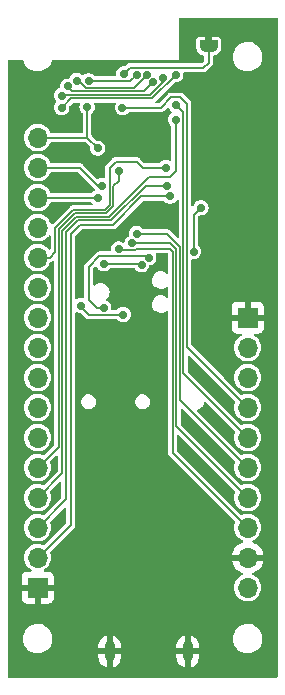
<source format=gbr>
%TF.GenerationSoftware,KiCad,Pcbnew,7.0.2*%
%TF.CreationDate,2024-02-26T12:12:44+02:00*%
%TF.ProjectId,STM32_EVB,53544d33-325f-4455-9642-2e6b69636164,01*%
%TF.SameCoordinates,Original*%
%TF.FileFunction,Copper,L2,Bot*%
%TF.FilePolarity,Positive*%
%FSLAX46Y46*%
G04 Gerber Fmt 4.6, Leading zero omitted, Abs format (unit mm)*
G04 Created by KiCad (PCBNEW 7.0.2) date 2024-02-26 12:12:44*
%MOMM*%
%LPD*%
G01*
G04 APERTURE LIST*
G04 Aperture macros list*
%AMFreePoly0*
4,1,19,0.500000,-0.750000,0.000000,-0.750000,0.000000,-0.744911,-0.071157,-0.744911,-0.207708,-0.704816,-0.327430,-0.627875,-0.420627,-0.520320,-0.479746,-0.390866,-0.500000,-0.250000,-0.500000,0.250000,-0.479746,0.390866,-0.420627,0.520320,-0.327430,0.627875,-0.207708,0.704816,-0.071157,0.744911,0.000000,0.744911,0.000000,0.750000,0.500000,0.750000,0.500000,-0.750000,0.500000,-0.750000,
$1*%
%AMFreePoly1*
4,1,19,0.000000,0.744911,0.071157,0.744911,0.207708,0.704816,0.327430,0.627875,0.420627,0.520320,0.479746,0.390866,0.500000,0.250000,0.500000,-0.250000,0.479746,-0.390866,0.420627,-0.520320,0.327430,-0.627875,0.207708,-0.704816,0.071157,-0.744911,0.000000,-0.744911,0.000000,-0.750000,-0.500000,-0.750000,-0.500000,0.750000,0.000000,0.750000,0.000000,0.744911,0.000000,0.744911,
$1*%
G04 Aperture macros list end*
%TA.AperFunction,ComponentPad*%
%ADD10R,1.700000X1.700000*%
%TD*%
%TA.AperFunction,ComponentPad*%
%ADD11O,1.700000X1.700000*%
%TD*%
%TA.AperFunction,ComponentPad*%
%ADD12O,0.900000X1.800000*%
%TD*%
%TA.AperFunction,SMDPad,CuDef*%
%ADD13FreePoly0,90.000000*%
%TD*%
%TA.AperFunction,SMDPad,CuDef*%
%ADD14FreePoly1,90.000000*%
%TD*%
%TA.AperFunction,ViaPad*%
%ADD15C,0.700000*%
%TD*%
%TA.AperFunction,Conductor*%
%ADD16C,0.150000*%
%TD*%
%TA.AperFunction,Conductor*%
%ADD17C,0.200000*%
%TD*%
G04 APERTURE END LIST*
%TA.AperFunction,EtchedComponent*%
%TO.C,JP1*%
G36*
X103678000Y-47748000D02*
G01*
X103078000Y-47748000D01*
X103078000Y-47248000D01*
X103678000Y-47248000D01*
X103678000Y-47748000D01*
G37*
%TD.AperFunction*%
%TD*%
D10*
%TO.P,J5,1,Pin_1*%
%TO.N,GND*%
X88900000Y-93980000D03*
D11*
%TO.P,J5,2,Pin_2*%
%TO.N,/USB_N*%
X88900000Y-91440000D03*
%TO.P,J5,3,Pin_3*%
%TO.N,/USB_P*%
X88900000Y-88900000D03*
%TO.P,J5,4,Pin_4*%
%TO.N,/I2C1_SCL*%
X88900000Y-86360000D03*
%TO.P,J5,5,Pin_5*%
%TO.N,/I2C1_SDA*%
X88900000Y-83820000D03*
%TO.P,J5,6,Pin_6*%
%TO.N,/A0{slash}PC2*%
X88900000Y-81280000D03*
%TO.P,J5,7,Pin_7*%
%TO.N,/A1{slash}PC3*%
X88900000Y-78740000D03*
%TO.P,J5,8,Pin_8*%
%TO.N,/SPI_~{CS}*%
X88900000Y-76200000D03*
%TO.P,J5,9,Pin_9*%
%TO.N,/SPI_SCK*%
X88900000Y-73660000D03*
%TO.P,J5,10,Pin_10*%
%TO.N,/SPI_POCI*%
X88900000Y-71120000D03*
%TO.P,J5,11,Pin_11*%
%TO.N,/SPI_PICO*%
X88900000Y-68580000D03*
%TO.P,J5,12,Pin_12*%
%TO.N,/RX*%
X88900000Y-66040000D03*
%TO.P,J5,13,Pin_13*%
%TO.N,/TX*%
X88900000Y-63500000D03*
%TO.P,J5,14,Pin_14*%
%TO.N,/UART_RTS {slash} SWO*%
X88900000Y-60960000D03*
%TO.P,J5,15,Pin_15*%
%TO.N,/UART_CTS*%
X88900000Y-58420000D03*
%TO.P,J5,16,Pin_16*%
%TO.N,+3.3V*%
X88900000Y-55880000D03*
%TD*%
D12*
%TO.P,J2,S5,SHIELD*%
%TO.N,GND*%
X94998000Y-99385500D03*
%TO.P,J2,S6,SHIELD*%
X101598000Y-99385500D03*
%TD*%
D10*
%TO.P,J4,1,Pin_1*%
%TO.N,GND*%
X106680000Y-71120000D03*
D11*
%TO.P,J4,2,Pin_2*%
%TO.N,/I2C3_SDA1*%
X106680000Y-73660000D03*
%TO.P,J4,3,Pin_3*%
%TO.N,/I2C3_SCL1*%
X106680000Y-76200000D03*
%TO.P,J4,4,Pin_4*%
%TO.N,/PWM0*%
X106680000Y-78740000D03*
%TO.P,J4,5,Pin_5*%
%TO.N,/D0{slash}PE3*%
X106680000Y-81280000D03*
%TO.P,J4,6,Pin_6*%
%TO.N,/D1{slash}PC10*%
X106680000Y-83820000D03*
%TO.P,J4,7,Pin_7*%
%TO.N,/D2{slash}PC11*%
X106680000Y-86360000D03*
%TO.P,J4,8,Pin_8*%
%TO.N,/D3{slash}PC12*%
X106680000Y-88900000D03*
%TO.P,J4,9,Pin_9*%
%TO.N,GND*%
X106680000Y-91440000D03*
%TO.P,J4,10,Pin_10*%
%TO.N,+3.3V*%
X106680000Y-93980000D03*
%TD*%
D13*
%TO.P,JP1,1,A*%
%TO.N,Net-(JP1-A)*%
X103378000Y-48148000D03*
D14*
%TO.P,JP1,2,B*%
%TO.N,GND*%
X103378000Y-46848000D03*
%TD*%
D15*
%TO.N,+3.3V*%
X93080500Y-53265072D03*
X93980000Y-56779500D03*
X98298000Y-66040000D03*
X94488000Y-70291500D03*
X102717767Y-61823767D03*
X102104500Y-65532000D03*
%TO.N,GND*%
X96266000Y-90932000D03*
X108458000Y-75692000D03*
X87122000Y-61976000D03*
X108458000Y-64516000D03*
X94742000Y-83312000D03*
X87122000Y-75692000D03*
X103632000Y-46482000D03*
X104648000Y-50546000D03*
X108458000Y-53086000D03*
X87122000Y-58928000D03*
X105410000Y-60706000D03*
X108458000Y-56134000D03*
X94742000Y-87884000D03*
X99314000Y-81026000D03*
X105410000Y-64516000D03*
X87122000Y-97028000D03*
X96266000Y-84836000D03*
X92710000Y-72644000D03*
X97790000Y-81788000D03*
X87122000Y-87884000D03*
X87122000Y-81788000D03*
X108458000Y-46482000D03*
X93472000Y-49784000D03*
X87122000Y-72644000D03*
X93218000Y-89408000D03*
X108458000Y-84836000D03*
X108458000Y-81788000D03*
X106934000Y-46482000D03*
X108458000Y-95504000D03*
X97790000Y-84836000D03*
X103886000Y-95504000D03*
X108458000Y-78740000D03*
X108458000Y-80264000D03*
X93218000Y-100838000D03*
X108458000Y-92456000D03*
X87122000Y-90932000D03*
X94742000Y-89408000D03*
X94742000Y-90932000D03*
X87122000Y-84836000D03*
X93218000Y-97028000D03*
X87122000Y-51308000D03*
X95839332Y-56359499D03*
X93218000Y-90932000D03*
X87122000Y-80264000D03*
X91694000Y-100838000D03*
X108458000Y-89408000D03*
X100330000Y-62484000D03*
X108458000Y-72644000D03*
X93218000Y-98552000D03*
X87122000Y-92456000D03*
X97790000Y-83312000D03*
X104394000Y-87884000D03*
X96266000Y-87884000D03*
X106934000Y-100838000D03*
X87122000Y-100838000D03*
X103886000Y-100838000D03*
X87122000Y-74168000D03*
X108458000Y-87884000D03*
X108458000Y-57658000D03*
X93218000Y-81788000D03*
X104394000Y-92456000D03*
X87122000Y-86360000D03*
X87122000Y-83312000D03*
X108458000Y-66040000D03*
X96266000Y-86360000D03*
X96266000Y-89408000D03*
X106934000Y-64516000D03*
X87122000Y-93980000D03*
X91694000Y-95504000D03*
X104394000Y-89408000D03*
X87122000Y-54356000D03*
X87122000Y-68072000D03*
X87122000Y-52832000D03*
X87122000Y-60452000D03*
X103124000Y-68326000D03*
X93218000Y-87884000D03*
X93218000Y-83312000D03*
X108458000Y-51562000D03*
X91694000Y-97028000D03*
X108458000Y-97028000D03*
X108458000Y-93980000D03*
X87122000Y-77216000D03*
X94742000Y-84836000D03*
X93218000Y-95504000D03*
X108458000Y-77216000D03*
X94742000Y-86360000D03*
X108458000Y-74168000D03*
X108458000Y-60706000D03*
X90170000Y-100838000D03*
X90243500Y-57150000D03*
X91948000Y-49784000D03*
X93218000Y-86360000D03*
X88646000Y-100838000D03*
X108458000Y-71120000D03*
X87122000Y-65024000D03*
X87122000Y-66548000D03*
X108458000Y-86360000D03*
X87122000Y-63500000D03*
X100584000Y-51562000D03*
X108458000Y-69596000D03*
X87122000Y-89408000D03*
X100076000Y-90424000D03*
X106934000Y-66040000D03*
X104394000Y-90932000D03*
X87122000Y-71120000D03*
X99568000Y-66040000D03*
X108458000Y-54610000D03*
X96266000Y-81788000D03*
X108458000Y-90932000D03*
X103886000Y-97028000D03*
X93218000Y-84836000D03*
X108458000Y-59182000D03*
X87122000Y-57404000D03*
X94742000Y-81788000D03*
X87122000Y-55880000D03*
X105410000Y-46482000D03*
X87122000Y-78740000D03*
X105410000Y-100838000D03*
X103886000Y-98552000D03*
X106934000Y-60706000D03*
X89916000Y-51562000D03*
X96266000Y-83312000D03*
X108458000Y-83312000D03*
X87122000Y-95504000D03*
X87122000Y-69596000D03*
X108458000Y-100838000D03*
%TO.N,/~{RST}*%
X92593500Y-70104000D03*
X96128500Y-70866000D03*
%TO.N,/USB_N*%
X100122259Y-60844777D03*
%TO.N,/USB_P*%
X99822000Y-59944000D03*
%TO.N,/I2C1_SDA*%
X95758000Y-58674000D03*
%TO.N,/I2C1_SCL*%
X100584000Y-54356000D03*
%TO.N,/UART_RTS {slash} SWO*%
X97699559Y-66642928D03*
X93980000Y-60960000D03*
X94488000Y-66548000D03*
%TO.N,/PWM0*%
X96078500Y-53340000D03*
%TO.N,/UART_CTS*%
X94371500Y-59944000D03*
%TO.N,/RX*%
X99764501Y-58420000D03*
%TO.N,/TX*%
X100584000Y-50546000D03*
X90932000Y-53340000D03*
%TO.N,/SPI_PICO*%
X99508515Y-50839982D03*
X90932000Y-52324000D03*
%TO.N,/SPI_POCI*%
X91440000Y-51541500D03*
X98673182Y-51200399D03*
%TO.N,/SPI_SCK*%
X98131503Y-50546000D03*
X92202000Y-51054000D03*
%TO.N,/SPI_~{CS}*%
X93218000Y-51071222D03*
X97282000Y-50546000D03*
%TO.N,Net-(JP1-A)*%
X96176834Y-50496722D03*
%TO.N,/D3{slash}PC12*%
X95758000Y-65320719D03*
%TO.N,/D2{slash}PC11*%
X96892943Y-64828228D03*
%TO.N,/D0{slash}PE3*%
X100584000Y-53086000D03*
%TO.N,/D1{slash}PC10*%
X97282000Y-64008000D03*
%TD*%
D16*
%TO.N,+3.3V*%
X93080500Y-53265072D02*
X93080500Y-55880000D01*
X94488000Y-70291500D02*
X93913500Y-70291500D01*
X93080500Y-55880000D02*
X88900000Y-55880000D01*
X102108000Y-62433534D02*
X102717767Y-61823767D01*
X93218000Y-66802000D02*
X94124781Y-65895219D01*
X93980000Y-56779500D02*
X93080500Y-55880000D01*
X102104500Y-65532000D02*
X102108000Y-65528500D01*
X93218000Y-69596000D02*
X93218000Y-66802000D01*
X98153219Y-65895219D02*
X98298000Y-66040000D01*
X93913500Y-70291500D02*
X93218000Y-69596000D01*
X94124781Y-65895219D02*
X98153219Y-65895219D01*
X102108000Y-65528500D02*
X102108000Y-62433534D01*
%TO.N,GND*%
X106934000Y-66040000D02*
X106426000Y-66040000D01*
X104140000Y-68326000D02*
X103124000Y-68326000D01*
X93726000Y-58166000D02*
X93980000Y-58166000D01*
X108458000Y-53086000D02*
X108204000Y-53086000D01*
X95786501Y-56359499D02*
X95839332Y-56359499D01*
X106426000Y-66040000D02*
X104140000Y-68326000D01*
X106680000Y-51562000D02*
X108458000Y-51562000D01*
X93980000Y-58166000D02*
X95786501Y-56359499D01*
X106680000Y-51562000D02*
X100584000Y-51562000D01*
X108204000Y-53086000D02*
X106680000Y-51562000D01*
X92710000Y-57150000D02*
X90243500Y-57150000D01*
X92710000Y-57150000D02*
X93726000Y-58166000D01*
%TO.N,/~{RST}*%
X92593500Y-70241500D02*
X93218000Y-70866000D01*
X92593500Y-70104000D02*
X92593500Y-70241500D01*
X93218000Y-70866000D02*
X96128500Y-70866000D01*
D17*
%TO.N,/USB_N*%
X91694000Y-64008000D02*
X92451000Y-63251000D01*
X97651223Y-60844777D02*
X100122259Y-60844777D01*
X88900000Y-91440000D02*
X91694000Y-88646000D01*
X95245000Y-63251000D02*
X97651223Y-60844777D01*
X92451000Y-63251000D02*
X95245000Y-63251000D01*
X91694000Y-88646000D02*
X91694000Y-64008000D01*
%TO.N,/USB_P*%
X91303000Y-63891000D02*
X91303000Y-86497000D01*
X91303000Y-86497000D02*
X88900000Y-88900000D01*
X98044000Y-59944000D02*
X95087000Y-62901000D01*
X99822000Y-59944000D02*
X98044000Y-59944000D01*
X92293000Y-62901000D02*
X91303000Y-63891000D01*
X95087000Y-62901000D02*
X92293000Y-62901000D01*
D16*
%TO.N,/I2C1_SDA*%
X95296000Y-61676000D02*
X94696000Y-62276000D01*
X92034116Y-62276000D02*
X90678000Y-63632116D01*
X94696000Y-62276000D02*
X92034116Y-62276000D01*
X90678000Y-63632116D02*
X90678000Y-82042000D01*
X90678000Y-82042000D02*
X88900000Y-83820000D01*
X95296000Y-59981736D02*
X95296000Y-61676000D01*
X95758000Y-59519736D02*
X95296000Y-59981736D01*
X95758000Y-58674000D02*
X95758000Y-59519736D01*
%TO.N,/I2C1_SCL*%
X100584000Y-58674000D02*
X100584000Y-54356000D01*
X88900000Y-86360000D02*
X90978000Y-84282000D01*
X92158380Y-62576000D02*
X94904000Y-62576000D01*
X90978000Y-84282000D02*
X90978000Y-63756380D01*
X98298000Y-59182000D02*
X100076000Y-59182000D01*
X100076000Y-59182000D02*
X100584000Y-58674000D01*
X90978000Y-63756380D02*
X92158380Y-62576000D01*
X94904000Y-62576000D02*
X98298000Y-59182000D01*
%TO.N,/UART_RTS {slash} SWO*%
X94488000Y-66548000D02*
X97604631Y-66548000D01*
X97604631Y-66548000D02*
X97699559Y-66642928D01*
X93980000Y-60960000D02*
X88900000Y-60960000D01*
%TO.N,/PWM0*%
X96078500Y-53340000D02*
X99314000Y-53340000D01*
X99314000Y-53340000D02*
X100203000Y-52451000D01*
X100965000Y-52451000D02*
X101530000Y-53016000D01*
X101530000Y-73590000D02*
X106680000Y-78740000D01*
X100203000Y-52451000D02*
X100965000Y-52451000D01*
X101530000Y-53016000D02*
X101530000Y-73590000D01*
%TO.N,/UART_CTS*%
X92456000Y-58420000D02*
X88900000Y-58420000D01*
X94371500Y-59944000D02*
X93980000Y-59944000D01*
X93980000Y-59944000D02*
X92456000Y-58420000D01*
%TO.N,/RX*%
X89916000Y-66040000D02*
X90378000Y-65578000D01*
X88900000Y-66040000D02*
X89916000Y-66040000D01*
X90378000Y-63507852D02*
X91909852Y-61976000D01*
X90378000Y-65578000D02*
X90378000Y-63507852D01*
X94996000Y-61551736D02*
X94996000Y-58420000D01*
X94996000Y-58420000D02*
X95504000Y-57912000D01*
X97790000Y-58420000D02*
X99764501Y-58420000D01*
X91909852Y-61976000D02*
X94571736Y-61976000D01*
X97282000Y-57912000D02*
X97790000Y-58420000D01*
X94571736Y-61976000D02*
X94996000Y-61551736D01*
X95504000Y-57912000D02*
X97282000Y-57912000D01*
%TO.N,/TX*%
X100584000Y-50546000D02*
X100584000Y-50577670D01*
X98617445Y-52544225D02*
X91727775Y-52544225D01*
X100584000Y-50577670D02*
X98617445Y-52544225D01*
X91727775Y-52544225D02*
X90932000Y-53340000D01*
%TO.N,/SPI_PICO*%
X91011276Y-52244724D02*
X90932000Y-52324000D01*
X99508515Y-51178239D02*
X98442030Y-52244724D01*
X98442030Y-52244724D02*
X91011276Y-52244724D01*
X99508515Y-50839982D02*
X99508515Y-51178239D01*
%TO.N,/SPI_POCI*%
X92855977Y-51945223D02*
X92838755Y-51928001D01*
X91826501Y-51928001D02*
X91440000Y-51541500D01*
X98673182Y-51200399D02*
X97928358Y-51945223D01*
X92838755Y-51928001D02*
X91826501Y-51928001D01*
X97928358Y-51945223D02*
X92855977Y-51945223D01*
%TO.N,/SPI_SCK*%
X92980034Y-51645722D02*
X92388312Y-51054000D01*
X97031781Y-51645722D02*
X92980034Y-51645722D01*
X92388312Y-51054000D02*
X92202000Y-51054000D01*
X98131503Y-50546000D02*
X97031781Y-51645722D01*
%TO.N,/SPI_~{CS}*%
X96756278Y-51071722D02*
X93218500Y-51071722D01*
X93218500Y-51071722D02*
X93218000Y-51071222D01*
X97282000Y-50546000D02*
X96756278Y-51071722D01*
%TO.N,Net-(JP1-A)*%
X102937000Y-49971000D02*
X103378000Y-49530000D01*
X96176834Y-50496722D02*
X96702556Y-49971000D01*
X103378000Y-49530000D02*
X103378000Y-48148000D01*
X96702556Y-49971000D02*
X102937000Y-49971000D01*
%TO.N,/D3{slash}PC12*%
X97298985Y-65278000D02*
X97152583Y-65424402D01*
X106680000Y-88900000D02*
X100330000Y-82550000D01*
X95861683Y-65424402D02*
X95758000Y-65320719D01*
X100330000Y-82550000D02*
X100330000Y-65532000D01*
X100076000Y-65278000D02*
X97298985Y-65278000D01*
X97152583Y-65424402D02*
X95861683Y-65424402D01*
X100330000Y-65532000D02*
X100076000Y-65278000D01*
%TO.N,/D2{slash}PC11*%
X100630000Y-80310000D02*
X100630000Y-65324000D01*
X106680000Y-86360000D02*
X100630000Y-80310000D01*
X100134228Y-64828228D02*
X96892943Y-64828228D01*
X100630000Y-65324000D02*
X100134228Y-64828228D01*
%TO.N,/D0{slash}PE3*%
X106680000Y-81280000D02*
X101230000Y-75830000D01*
X101230000Y-75830000D02*
X101230000Y-53732000D01*
X101230000Y-53732000D02*
X100584000Y-53086000D01*
%TO.N,/D1{slash}PC10*%
X99822000Y-64008000D02*
X97282000Y-64008000D01*
X106680000Y-83820000D02*
X100930000Y-78070000D01*
X100930000Y-78070000D02*
X100930000Y-65116000D01*
X100930000Y-65116000D02*
X99822000Y-64008000D01*
%TD*%
%TA.AperFunction,Conductor*%
%TO.N,GND*%
G36*
X100834163Y-61186651D02*
G01*
X100854471Y-61244368D01*
X100854500Y-61246761D01*
X100854500Y-64270454D01*
X100835593Y-64328645D01*
X100786093Y-64364609D01*
X100724907Y-64364609D01*
X100685496Y-64340458D01*
X100122311Y-63777273D01*
X100109435Y-63761416D01*
X100102083Y-63750162D01*
X100075888Y-63729774D01*
X100066697Y-63721659D01*
X100065518Y-63720480D01*
X100054073Y-63712309D01*
X100048170Y-63708094D01*
X100044887Y-63705646D01*
X99999207Y-63670091D01*
X99994040Y-63667431D01*
X99938551Y-63650911D01*
X99934669Y-63649667D01*
X99911279Y-63641638D01*
X99879890Y-63630862D01*
X99874127Y-63630023D01*
X99816299Y-63632415D01*
X99812208Y-63632500D01*
X97865188Y-63632500D01*
X97806997Y-63613593D01*
X97783713Y-63589739D01*
X97772484Y-63573471D01*
X97753312Y-63556486D01*
X97654240Y-63468717D01*
X97647286Y-63465067D01*
X97514363Y-63395302D01*
X97360987Y-63357500D01*
X97360985Y-63357500D01*
X97203015Y-63357500D01*
X97203013Y-63357500D01*
X97049636Y-63395302D01*
X96909761Y-63468716D01*
X96791517Y-63573470D01*
X96701780Y-63703476D01*
X96645762Y-63851184D01*
X96626721Y-64008000D01*
X96644202Y-64151967D01*
X96632447Y-64212013D01*
X96591933Y-64251560D01*
X96520702Y-64288945D01*
X96402460Y-64393698D01*
X96312723Y-64523704D01*
X96256705Y-64671412D01*
X96253858Y-64694863D01*
X96228073Y-64750350D01*
X96174599Y-64780084D01*
X96113860Y-64772708D01*
X96109572Y-64770588D01*
X95990363Y-64708021D01*
X95836987Y-64670219D01*
X95836985Y-64670219D01*
X95679015Y-64670219D01*
X95679013Y-64670219D01*
X95525636Y-64708021D01*
X95385761Y-64781435D01*
X95267517Y-64886189D01*
X95177780Y-65016195D01*
X95121762Y-65163903D01*
X95102721Y-65320719D01*
X95113415Y-65408786D01*
X95101660Y-65468832D01*
X95056856Y-65510500D01*
X95015137Y-65519719D01*
X94173992Y-65519719D01*
X94153676Y-65517612D01*
X94140513Y-65514852D01*
X94107564Y-65518959D01*
X94095319Y-65519719D01*
X94093667Y-65519719D01*
X94088141Y-65520640D01*
X94072663Y-65523223D01*
X94068621Y-65523811D01*
X94011164Y-65530974D01*
X94005602Y-65532756D01*
X93954708Y-65560297D01*
X93951075Y-65562167D01*
X93899044Y-65587605D01*
X93894368Y-65591092D01*
X93855176Y-65633665D01*
X93852344Y-65636617D01*
X92987271Y-66501689D01*
X92971419Y-66514562D01*
X92960162Y-66521917D01*
X92939766Y-66548120D01*
X92931658Y-66557304D01*
X92930480Y-66558481D01*
X92918090Y-66575835D01*
X92915646Y-66579112D01*
X92880095Y-66624788D01*
X92877427Y-66629971D01*
X92860911Y-66685448D01*
X92859664Y-66689341D01*
X92840862Y-66744111D01*
X92840023Y-66749871D01*
X92842415Y-66807699D01*
X92842500Y-66811790D01*
X92842500Y-69369040D01*
X92823593Y-69427231D01*
X92774093Y-69463195D01*
X92719809Y-69465164D01*
X92672485Y-69453500D01*
X92514515Y-69453500D01*
X92514513Y-69453500D01*
X92361135Y-69491302D01*
X92239508Y-69555139D01*
X92179196Y-69565440D01*
X92124348Y-69538324D01*
X92095913Y-69484147D01*
X92094500Y-69467479D01*
X92094500Y-64214900D01*
X92113407Y-64156709D01*
X92123497Y-64144896D01*
X92587898Y-63680496D01*
X92642414Y-63652719D01*
X92657901Y-63651500D01*
X95308432Y-63651500D01*
X95308433Y-63651500D01*
X95331382Y-63644043D01*
X95346462Y-63640421D01*
X95370304Y-63636646D01*
X95391798Y-63625693D01*
X95406146Y-63619749D01*
X95429090Y-63612296D01*
X95448606Y-63598115D01*
X95461846Y-63590002D01*
X95483342Y-63579050D01*
X95494543Y-63567848D01*
X95494549Y-63567844D01*
X97788119Y-61274273D01*
X97842636Y-61246496D01*
X97858123Y-61245277D01*
X99556328Y-61245277D01*
X99614519Y-61264184D01*
X99622168Y-61272022D01*
X99622778Y-61271335D01*
X99631774Y-61279305D01*
X99631776Y-61279307D01*
X99750019Y-61384060D01*
X99769968Y-61394530D01*
X99889895Y-61457474D01*
X100043272Y-61495277D01*
X100043274Y-61495277D01*
X100201246Y-61495277D01*
X100354622Y-61457474D01*
X100354624Y-61457473D01*
X100494499Y-61384060D01*
X100612742Y-61279307D01*
X100674025Y-61190521D01*
X100722641Y-61153373D01*
X100783808Y-61151895D01*
X100834163Y-61186651D01*
G37*
%TD.AperFunction*%
%TA.AperFunction,Conductor*%
G36*
X109178691Y-45739407D02*
G01*
X109214655Y-45788907D01*
X109219500Y-45819500D01*
X109219500Y-101500500D01*
X109200593Y-101558691D01*
X109151093Y-101594655D01*
X109120500Y-101599500D01*
X86459500Y-101599500D01*
X86401309Y-101580593D01*
X86365345Y-101531093D01*
X86360500Y-101500500D01*
X86360500Y-99881164D01*
X94048000Y-99881164D01*
X94048254Y-99886175D01*
X94062647Y-100027718D01*
X94120488Y-100212072D01*
X94214252Y-100381001D01*
X94340106Y-100527604D01*
X94492891Y-100645868D01*
X94666360Y-100730959D01*
X94747999Y-100752096D01*
X94748000Y-100752095D01*
X94748000Y-99760124D01*
X94762505Y-99833045D01*
X94817760Y-99915740D01*
X94900455Y-99970995D01*
X94998000Y-99990398D01*
X95095545Y-99970995D01*
X95178240Y-99915740D01*
X95233495Y-99833045D01*
X95248000Y-99760124D01*
X95248000Y-100755969D01*
X95418531Y-100692812D01*
X95582501Y-100590608D01*
X95722537Y-100457494D01*
X95832912Y-100298915D01*
X95909108Y-100121359D01*
X95948000Y-99932108D01*
X95948000Y-99881164D01*
X100648000Y-99881164D01*
X100648254Y-99886175D01*
X100662647Y-100027718D01*
X100720488Y-100212072D01*
X100814252Y-100381001D01*
X100940106Y-100527604D01*
X101092891Y-100645868D01*
X101266360Y-100730959D01*
X101347999Y-100752096D01*
X101348000Y-100752095D01*
X101348000Y-99760124D01*
X101362505Y-99833045D01*
X101417760Y-99915740D01*
X101500455Y-99970995D01*
X101598000Y-99990398D01*
X101695545Y-99970995D01*
X101778240Y-99915740D01*
X101833495Y-99833045D01*
X101848000Y-99760124D01*
X101848000Y-100755969D01*
X102018531Y-100692812D01*
X102182501Y-100590608D01*
X102322537Y-100457494D01*
X102432912Y-100298915D01*
X102509108Y-100121359D01*
X102548000Y-99932108D01*
X102548000Y-99635501D01*
X102547999Y-99635500D01*
X101848000Y-99635500D01*
X101848000Y-99135499D01*
X101848001Y-99135500D01*
X102547999Y-99135500D01*
X102548000Y-99135498D01*
X102548000Y-98889836D01*
X102547745Y-98884824D01*
X102533352Y-98743281D01*
X102475511Y-98558927D01*
X102381747Y-98389998D01*
X102351125Y-98354328D01*
X105425709Y-98354328D01*
X105455924Y-98577384D01*
X105455925Y-98577387D01*
X105509827Y-98743281D01*
X105525484Y-98791466D01*
X105632147Y-98989680D01*
X105748435Y-99135500D01*
X105772492Y-99165666D01*
X105942004Y-99313765D01*
X106038620Y-99371490D01*
X106135235Y-99429215D01*
X106253214Y-99473493D01*
X106345976Y-99508307D01*
X106567453Y-99548500D01*
X106733932Y-99548500D01*
X106736155Y-99548500D01*
X106904188Y-99533377D01*
X107121170Y-99473493D01*
X107323973Y-99375829D01*
X107506078Y-99243522D01*
X107661632Y-99080825D01*
X107785635Y-98892968D01*
X107874103Y-98685988D01*
X107924191Y-98466537D01*
X107934290Y-98241670D01*
X107904075Y-98018613D01*
X107834517Y-97804536D01*
X107727852Y-97606319D01*
X107587508Y-97430334D01*
X107417996Y-97282235D01*
X107314118Y-97220171D01*
X107224764Y-97166784D01*
X107014025Y-97087693D01*
X106792547Y-97047500D01*
X106623845Y-97047500D01*
X106574338Y-97051955D01*
X106455807Y-97062623D01*
X106238830Y-97122506D01*
X106036029Y-97220169D01*
X105853921Y-97352479D01*
X105698369Y-97515174D01*
X105574364Y-97703033D01*
X105485897Y-97910011D01*
X105435808Y-98129465D01*
X105425709Y-98354328D01*
X102351125Y-98354328D01*
X102255893Y-98243395D01*
X102103108Y-98125131D01*
X101929640Y-98040041D01*
X101848000Y-98018903D01*
X101848000Y-99010876D01*
X101833495Y-98937955D01*
X101778240Y-98855260D01*
X101695545Y-98800005D01*
X101598000Y-98780602D01*
X101500455Y-98800005D01*
X101417760Y-98855260D01*
X101362505Y-98937955D01*
X101348000Y-99010876D01*
X101348000Y-99635501D01*
X101347999Y-99635500D01*
X100648001Y-99635500D01*
X100648000Y-99635501D01*
X100648000Y-99881164D01*
X95948000Y-99881164D01*
X95948000Y-99635501D01*
X95947999Y-99635500D01*
X95248001Y-99635500D01*
X95248000Y-99635501D01*
X95248000Y-99135499D01*
X95248001Y-99135500D01*
X95947999Y-99135500D01*
X95948000Y-99135499D01*
X100648000Y-99135499D01*
X100648001Y-99135500D01*
X101347999Y-99135500D01*
X101348000Y-99135499D01*
X101347999Y-98015028D01*
X101177472Y-98078184D01*
X101013498Y-98180391D01*
X100873462Y-98313505D01*
X100763087Y-98472084D01*
X100686891Y-98649640D01*
X100648000Y-98838891D01*
X100648000Y-99135499D01*
X95948000Y-99135499D01*
X95948000Y-98889836D01*
X95947745Y-98884824D01*
X95933352Y-98743281D01*
X95875511Y-98558927D01*
X95781747Y-98389998D01*
X95655893Y-98243395D01*
X95503108Y-98125131D01*
X95329640Y-98040041D01*
X95248000Y-98018903D01*
X95248000Y-99010876D01*
X95233495Y-98937955D01*
X95178240Y-98855260D01*
X95095545Y-98800005D01*
X94998000Y-98780602D01*
X94900455Y-98800005D01*
X94817760Y-98855260D01*
X94762505Y-98937955D01*
X94748000Y-99010876D01*
X94748000Y-98015028D01*
X94747999Y-98015028D01*
X94577472Y-98078184D01*
X94413498Y-98180391D01*
X94273462Y-98313505D01*
X94163087Y-98472084D01*
X94086891Y-98649640D01*
X94048000Y-98838891D01*
X94048000Y-99135499D01*
X94048001Y-99135500D01*
X94747999Y-99135500D01*
X94748000Y-99135499D01*
X94748000Y-99635501D01*
X94747999Y-99635500D01*
X94048001Y-99635500D01*
X94048000Y-99635501D01*
X94048000Y-99881164D01*
X86360500Y-99881164D01*
X86360500Y-98354328D01*
X87645709Y-98354328D01*
X87675924Y-98577384D01*
X87675925Y-98577387D01*
X87729827Y-98743281D01*
X87745484Y-98791466D01*
X87852147Y-98989680D01*
X87968435Y-99135500D01*
X87992492Y-99165666D01*
X88162004Y-99313765D01*
X88258619Y-99371490D01*
X88355235Y-99429215D01*
X88473214Y-99473493D01*
X88565976Y-99508307D01*
X88787453Y-99548500D01*
X88953932Y-99548500D01*
X88956155Y-99548500D01*
X89124188Y-99533377D01*
X89341170Y-99473493D01*
X89543973Y-99375829D01*
X89726078Y-99243522D01*
X89881632Y-99080825D01*
X90005635Y-98892968D01*
X90094103Y-98685988D01*
X90144191Y-98466537D01*
X90154290Y-98241670D01*
X90124075Y-98018613D01*
X90054517Y-97804536D01*
X89947852Y-97606319D01*
X89807508Y-97430334D01*
X89637996Y-97282235D01*
X89534118Y-97220171D01*
X89444764Y-97166784D01*
X89234025Y-97087693D01*
X89012547Y-97047500D01*
X88843845Y-97047500D01*
X88794338Y-97051955D01*
X88675807Y-97062623D01*
X88458830Y-97122506D01*
X88256029Y-97220169D01*
X88073921Y-97352479D01*
X87918369Y-97515174D01*
X87794364Y-97703033D01*
X87705897Y-97910011D01*
X87655808Y-98129465D01*
X87645709Y-98354328D01*
X86360500Y-98354328D01*
X86360500Y-94875181D01*
X87550000Y-94875181D01*
X87550282Y-94880457D01*
X87556401Y-94937376D01*
X87606646Y-95072089D01*
X87692811Y-95187188D01*
X87807910Y-95273353D01*
X87942623Y-95323598D01*
X87999542Y-95329717D01*
X88004819Y-95330000D01*
X88649999Y-95330000D01*
X88650000Y-95329999D01*
X88650000Y-94415501D01*
X88757685Y-94464680D01*
X88864237Y-94480000D01*
X88935763Y-94480000D01*
X89042315Y-94464680D01*
X89150000Y-94415501D01*
X89150000Y-95329999D01*
X89150001Y-95330000D01*
X89795181Y-95330000D01*
X89800457Y-95329717D01*
X89857376Y-95323598D01*
X89992089Y-95273353D01*
X90107188Y-95187188D01*
X90193353Y-95072089D01*
X90243598Y-94937376D01*
X90249717Y-94880457D01*
X90250000Y-94875181D01*
X90250000Y-94230001D01*
X90249999Y-94230000D01*
X89333686Y-94230000D01*
X89359493Y-94189844D01*
X89400000Y-94051889D01*
X89400000Y-93908111D01*
X89359493Y-93770156D01*
X89333686Y-93730000D01*
X90249999Y-93730000D01*
X90250000Y-93729999D01*
X90250000Y-93084818D01*
X90249717Y-93079542D01*
X90243598Y-93022623D01*
X90193353Y-92887910D01*
X90107188Y-92772811D01*
X89992089Y-92686646D01*
X89857376Y-92636401D01*
X89800457Y-92630282D01*
X89795181Y-92630000D01*
X89511501Y-92630000D01*
X89453310Y-92611093D01*
X89417346Y-92561593D01*
X89417346Y-92500407D01*
X89453310Y-92450907D01*
X89459384Y-92446829D01*
X89596300Y-92362053D01*
X89596299Y-92362053D01*
X89596302Y-92362052D01*
X89753872Y-92218407D01*
X89882366Y-92048255D01*
X89977405Y-91857389D01*
X90035756Y-91652310D01*
X90055429Y-91440000D01*
X90035756Y-91227690D01*
X89977405Y-91022611D01*
X89977403Y-91022608D01*
X89974894Y-91013788D01*
X89976464Y-91013341D01*
X89969020Y-90963359D01*
X89996648Y-90909743D01*
X91999484Y-88906909D01*
X91999484Y-88906908D01*
X92010844Y-88895549D01*
X92010848Y-88895543D01*
X92022050Y-88884342D01*
X92033002Y-88862845D01*
X92041111Y-88849611D01*
X92055296Y-88830089D01*
X92062751Y-88807142D01*
X92068695Y-88792795D01*
X92079646Y-88771304D01*
X92083421Y-88747467D01*
X92087041Y-88732385D01*
X92094500Y-88709433D01*
X92094500Y-88582567D01*
X92094500Y-78200412D01*
X92588773Y-78200412D01*
X92598696Y-78358138D01*
X92623613Y-78434825D01*
X92647534Y-78508443D01*
X92659748Y-78527690D01*
X92732214Y-78641877D01*
X92847418Y-78750062D01*
X92985908Y-78826197D01*
X93138981Y-78865500D01*
X93138983Y-78865500D01*
X93254245Y-78865500D01*
X93257350Y-78865500D01*
X93374792Y-78850664D01*
X93521732Y-78792486D01*
X93649587Y-78699594D01*
X93750324Y-78577823D01*
X93817614Y-78434826D01*
X93847227Y-78279588D01*
X93842246Y-78200412D01*
X97160773Y-78200412D01*
X97170696Y-78358138D01*
X97195613Y-78434825D01*
X97219534Y-78508443D01*
X97231748Y-78527690D01*
X97304214Y-78641877D01*
X97419418Y-78750062D01*
X97557908Y-78826197D01*
X97710981Y-78865500D01*
X97710983Y-78865500D01*
X97826245Y-78865500D01*
X97829350Y-78865500D01*
X97946792Y-78850664D01*
X98093732Y-78792486D01*
X98221587Y-78699594D01*
X98322324Y-78577823D01*
X98389614Y-78434826D01*
X98419227Y-78279588D01*
X98409304Y-78121862D01*
X98360467Y-77971559D01*
X98275786Y-77838123D01*
X98160582Y-77729938D01*
X98160577Y-77729935D01*
X98022095Y-77653804D01*
X98022092Y-77653803D01*
X97869019Y-77614500D01*
X97750650Y-77614500D01*
X97747577Y-77614888D01*
X97747564Y-77614889D01*
X97633209Y-77629335D01*
X97486269Y-77687513D01*
X97358412Y-77780407D01*
X97257676Y-77902176D01*
X97190384Y-78045177D01*
X97160773Y-78200408D01*
X97160773Y-78200411D01*
X97160773Y-78200412D01*
X93842246Y-78200412D01*
X93837304Y-78121862D01*
X93788467Y-77971559D01*
X93703786Y-77838123D01*
X93588582Y-77729938D01*
X93588577Y-77729935D01*
X93450095Y-77653804D01*
X93450092Y-77653803D01*
X93297019Y-77614500D01*
X93178650Y-77614500D01*
X93175577Y-77614888D01*
X93175564Y-77614889D01*
X93061209Y-77629335D01*
X92914269Y-77687513D01*
X92786412Y-77780407D01*
X92685676Y-77902176D01*
X92618384Y-78045177D01*
X92588773Y-78200408D01*
X92588773Y-78200411D01*
X92588773Y-78200412D01*
X92094500Y-78200412D01*
X92094500Y-70740520D01*
X92113407Y-70682329D01*
X92162907Y-70646365D01*
X92224093Y-70646365D01*
X92239499Y-70652856D01*
X92361135Y-70716696D01*
X92361137Y-70716696D01*
X92361138Y-70716697D01*
X92514513Y-70754500D01*
X92514515Y-70754500D01*
X92534455Y-70754500D01*
X92592646Y-70773407D01*
X92604459Y-70783496D01*
X92917686Y-71096723D01*
X92930558Y-71112575D01*
X92937916Y-71123836D01*
X92958492Y-71139851D01*
X92964113Y-71144226D01*
X92973305Y-71152342D01*
X92974482Y-71153519D01*
X92991801Y-71165884D01*
X92995083Y-71168331D01*
X93040799Y-71203913D01*
X93045954Y-71206566D01*
X93050798Y-71208008D01*
X93050801Y-71208010D01*
X93101472Y-71223095D01*
X93105322Y-71224329D01*
X93155340Y-71241500D01*
X93155341Y-71241500D01*
X93160110Y-71243137D01*
X93165871Y-71243976D01*
X93170909Y-71243767D01*
X93170911Y-71243768D01*
X93223699Y-71241585D01*
X93227791Y-71241500D01*
X95545312Y-71241500D01*
X95603503Y-71260407D01*
X95626787Y-71284261D01*
X95638015Y-71300528D01*
X95638016Y-71300529D01*
X95638017Y-71300530D01*
X95756260Y-71405283D01*
X95829673Y-71443814D01*
X95896136Y-71478697D01*
X96049513Y-71516500D01*
X96049515Y-71516500D01*
X96207487Y-71516500D01*
X96360863Y-71478697D01*
X96360865Y-71478696D01*
X96500740Y-71405283D01*
X96618983Y-71300530D01*
X96708720Y-71170523D01*
X96764737Y-71022818D01*
X96783778Y-70866000D01*
X96764737Y-70709182D01*
X96708720Y-70561477D01*
X96618983Y-70431470D01*
X96500740Y-70326717D01*
X96493787Y-70323067D01*
X96360863Y-70253302D01*
X96207487Y-70215500D01*
X96207485Y-70215500D01*
X96049515Y-70215500D01*
X96049513Y-70215500D01*
X95896136Y-70253302D01*
X95756261Y-70326716D01*
X95638015Y-70431471D01*
X95626787Y-70447739D01*
X95578170Y-70484888D01*
X95545312Y-70490500D01*
X95230863Y-70490500D01*
X95172672Y-70471593D01*
X95136708Y-70422093D01*
X95132585Y-70379567D01*
X95143278Y-70291500D01*
X95131919Y-70197948D01*
X95124237Y-70134682D01*
X95068220Y-69986977D01*
X94978483Y-69856970D01*
X94860240Y-69752217D01*
X94852920Y-69748375D01*
X94743476Y-69690933D01*
X94700737Y-69647148D01*
X94691897Y-69586605D01*
X94717473Y-69535336D01*
X94836296Y-69409393D01*
X94923467Y-69258407D01*
X94973469Y-69091388D01*
X94983607Y-68917340D01*
X94953332Y-68745646D01*
X94953332Y-68745644D01*
X94897412Y-68616008D01*
X94884279Y-68585562D01*
X94780168Y-68445717D01*
X94708756Y-68385795D01*
X94646616Y-68333652D01*
X94490811Y-68255404D01*
X94321173Y-68215200D01*
X94321171Y-68215200D01*
X94190564Y-68215200D01*
X94187708Y-68215533D01*
X94187704Y-68215534D01*
X94060836Y-68230363D01*
X93897003Y-68289993D01*
X93746901Y-68388717D01*
X93687894Y-68404897D01*
X93630646Y-68383303D01*
X93597024Y-68332183D01*
X93593500Y-68306004D01*
X93593500Y-66998543D01*
X93612407Y-66940352D01*
X93622484Y-66928551D01*
X93741967Y-66809068D01*
X93796482Y-66781293D01*
X93856914Y-66790864D01*
X93900179Y-66834129D01*
X93904535Y-66843968D01*
X93907778Y-66852519D01*
X93907780Y-66852523D01*
X93997517Y-66982530D01*
X94115760Y-67087283D01*
X94189174Y-67125814D01*
X94255636Y-67160697D01*
X94409013Y-67198500D01*
X94409015Y-67198500D01*
X94566987Y-67198500D01*
X94720363Y-67160697D01*
X94738227Y-67151321D01*
X94860240Y-67087283D01*
X94978483Y-66982530D01*
X94989712Y-66966261D01*
X95038330Y-66929112D01*
X95071188Y-66923500D01*
X97050848Y-66923500D01*
X97109039Y-66942407D01*
X97132321Y-66966259D01*
X97209076Y-67077458D01*
X97327319Y-67182211D01*
X97360325Y-67199534D01*
X97467195Y-67255625D01*
X97620572Y-67293428D01*
X97620574Y-67293428D01*
X97778546Y-67293428D01*
X97931922Y-67255625D01*
X97962828Y-67239404D01*
X98071799Y-67182211D01*
X98190042Y-67077458D01*
X98279779Y-66947451D01*
X98335796Y-66799746D01*
X98339962Y-66765431D01*
X98365745Y-66709945D01*
X98414549Y-66681242D01*
X98530363Y-66652697D01*
X98538821Y-66648258D01*
X98670240Y-66579283D01*
X98788483Y-66474530D01*
X98878220Y-66344523D01*
X98934237Y-66196818D01*
X98953278Y-66040000D01*
X98934237Y-65883182D01*
X98897988Y-65787603D01*
X98895033Y-65726492D01*
X98928564Y-65675312D01*
X98985773Y-65653616D01*
X98990556Y-65653500D01*
X99855500Y-65653500D01*
X99913691Y-65672407D01*
X99949655Y-65721907D01*
X99954500Y-65752500D01*
X99954500Y-67296564D01*
X99935593Y-67354755D01*
X99886093Y-67390719D01*
X99824907Y-67390719D01*
X99791864Y-67372402D01*
X99726616Y-67317652D01*
X99570811Y-67239404D01*
X99401173Y-67199200D01*
X99401171Y-67199200D01*
X99270564Y-67199200D01*
X99267708Y-67199533D01*
X99267704Y-67199534D01*
X99140836Y-67214363D01*
X98977005Y-67273992D01*
X98831346Y-67369794D01*
X98711704Y-67496606D01*
X98624533Y-67647593D01*
X98574531Y-67814611D01*
X98564393Y-67988661D01*
X98594667Y-68160355D01*
X98650588Y-68289992D01*
X98663721Y-68320438D01*
X98767832Y-68460283D01*
X98816478Y-68501102D01*
X98901383Y-68572347D01*
X98901384Y-68572347D01*
X98901386Y-68572349D01*
X99057185Y-68650594D01*
X99057186Y-68650594D01*
X99057188Y-68650595D01*
X99226827Y-68690800D01*
X99226829Y-68690800D01*
X99354552Y-68690800D01*
X99357436Y-68690800D01*
X99487164Y-68675637D01*
X99650993Y-68616008D01*
X99796654Y-68520205D01*
X99796654Y-68520204D01*
X99801098Y-68517282D01*
X99860106Y-68501102D01*
X99917354Y-68522696D01*
X99950976Y-68573816D01*
X99954500Y-68599995D01*
X99954499Y-69328564D01*
X99935592Y-69386755D01*
X99886092Y-69422719D01*
X99824906Y-69422719D01*
X99791863Y-69404402D01*
X99726616Y-69349652D01*
X99570811Y-69271404D01*
X99401173Y-69231200D01*
X99401171Y-69231200D01*
X99270564Y-69231200D01*
X99267708Y-69231533D01*
X99267704Y-69231534D01*
X99140836Y-69246363D01*
X98977005Y-69305992D01*
X98831346Y-69401794D01*
X98711704Y-69528606D01*
X98624533Y-69679593D01*
X98574531Y-69846611D01*
X98564393Y-70020661D01*
X98594667Y-70192355D01*
X98652626Y-70326717D01*
X98663721Y-70352438D01*
X98767832Y-70492283D01*
X98816478Y-70533102D01*
X98901383Y-70604347D01*
X98901384Y-70604347D01*
X98901386Y-70604349D01*
X99057185Y-70682594D01*
X99057186Y-70682594D01*
X99057188Y-70682595D01*
X99226827Y-70722800D01*
X99226829Y-70722800D01*
X99354552Y-70722800D01*
X99357436Y-70722800D01*
X99487164Y-70707637D01*
X99650993Y-70648008D01*
X99796654Y-70552205D01*
X99796654Y-70552204D01*
X99801098Y-70549282D01*
X99860106Y-70533102D01*
X99917354Y-70554696D01*
X99950976Y-70605816D01*
X99954500Y-70631995D01*
X99954499Y-82500788D01*
X99952393Y-82521100D01*
X99949632Y-82534265D01*
X99953740Y-82567216D01*
X99954500Y-82579461D01*
X99954500Y-82581117D01*
X99958003Y-82602115D01*
X99958593Y-82606159D01*
X99965756Y-82663622D01*
X99967536Y-82669178D01*
X99995088Y-82720091D01*
X99996958Y-82723724D01*
X100014260Y-82759115D01*
X100022390Y-82775743D01*
X100025867Y-82780407D01*
X100029580Y-82783825D01*
X100029581Y-82783826D01*
X100068473Y-82819629D01*
X100071400Y-82822437D01*
X105595101Y-88346138D01*
X105622878Y-88400655D01*
X105613720Y-88460266D01*
X105602596Y-88482606D01*
X105544244Y-88687690D01*
X105524571Y-88899999D01*
X105544244Y-89112309D01*
X105602596Y-89317391D01*
X105697634Y-89508256D01*
X105826125Y-89678404D01*
X105983699Y-89822053D01*
X106115622Y-89903736D01*
X106164981Y-89934298D01*
X106257837Y-89970270D01*
X106305268Y-90008921D01*
X106320922Y-90068070D01*
X106298819Y-90125124D01*
X106247698Y-90158211D01*
X106216509Y-90166568D01*
X106002424Y-90266398D01*
X105808925Y-90401887D01*
X105641887Y-90568925D01*
X105506398Y-90762424D01*
X105406570Y-90976505D01*
X105349364Y-91190000D01*
X106246314Y-91190000D01*
X106220507Y-91230156D01*
X106180000Y-91368111D01*
X106180000Y-91511889D01*
X106220507Y-91649844D01*
X106246314Y-91690000D01*
X105349364Y-91690000D01*
X105406570Y-91903495D01*
X105506398Y-92117576D01*
X105641887Y-92311074D01*
X105808925Y-92478112D01*
X106002423Y-92613601D01*
X106216505Y-92713429D01*
X106247696Y-92721787D01*
X106299011Y-92755110D01*
X106320938Y-92812232D01*
X106305103Y-92871332D01*
X106257837Y-92909729D01*
X106164978Y-92945703D01*
X105983699Y-93057946D01*
X105826125Y-93201595D01*
X105697634Y-93371743D01*
X105602596Y-93562608D01*
X105602595Y-93562611D01*
X105544244Y-93767690D01*
X105524571Y-93980000D01*
X105544244Y-94192310D01*
X105577957Y-94310798D01*
X105602596Y-94397391D01*
X105697634Y-94588256D01*
X105826125Y-94758404D01*
X105983699Y-94902053D01*
X106040748Y-94937376D01*
X106164981Y-95014298D01*
X106314158Y-95072089D01*
X106363804Y-95091322D01*
X106573388Y-95130500D01*
X106573390Y-95130500D01*
X106786612Y-95130500D01*
X106996195Y-95091322D01*
X106996198Y-95091321D01*
X107195019Y-95014298D01*
X107376302Y-94902052D01*
X107533872Y-94758407D01*
X107662366Y-94588255D01*
X107757405Y-94397389D01*
X107815756Y-94192310D01*
X107835429Y-93980000D01*
X107815756Y-93767690D01*
X107757405Y-93562611D01*
X107662366Y-93371745D01*
X107662365Y-93371744D01*
X107662365Y-93371743D01*
X107533874Y-93201595D01*
X107376300Y-93057946D01*
X107195021Y-92945703D01*
X107195019Y-92945702D01*
X107156486Y-92930774D01*
X107102162Y-92909729D01*
X107054731Y-92871077D01*
X107039077Y-92811928D01*
X107061180Y-92754874D01*
X107112304Y-92721787D01*
X107143493Y-92713430D01*
X107357576Y-92613601D01*
X107551074Y-92478112D01*
X107718112Y-92311074D01*
X107853601Y-92117576D01*
X107953429Y-91903495D01*
X108010636Y-91690000D01*
X107113686Y-91690000D01*
X107139493Y-91649844D01*
X107180000Y-91511889D01*
X107180000Y-91368111D01*
X107139493Y-91230156D01*
X107113686Y-91190000D01*
X108010636Y-91190000D01*
X107953429Y-90976505D01*
X107853601Y-90762424D01*
X107718112Y-90568925D01*
X107551074Y-90401887D01*
X107357576Y-90266398D01*
X107143491Y-90166568D01*
X107112301Y-90158211D01*
X107060987Y-90124887D01*
X107039061Y-90067766D01*
X107054897Y-90008665D01*
X107102162Y-89970270D01*
X107195019Y-89934298D01*
X107376302Y-89822052D01*
X107533872Y-89678407D01*
X107662366Y-89508255D01*
X107757405Y-89317389D01*
X107815756Y-89112310D01*
X107835429Y-88900000D01*
X107815756Y-88687690D01*
X107757405Y-88482611D01*
X107662366Y-88291745D01*
X107662365Y-88291744D01*
X107662365Y-88291743D01*
X107533874Y-88121595D01*
X107376300Y-87977946D01*
X107195021Y-87865703D01*
X107195019Y-87865702D01*
X107135140Y-87842505D01*
X106996195Y-87788677D01*
X106786612Y-87749500D01*
X106786610Y-87749500D01*
X106573390Y-87749500D01*
X106573388Y-87749500D01*
X106363803Y-87788678D01*
X106233607Y-87839115D01*
X106172516Y-87842505D01*
X106127841Y-87816804D01*
X103438581Y-85127544D01*
X100734496Y-82423458D01*
X100706719Y-82368941D01*
X100705500Y-82353454D01*
X100705500Y-81155545D01*
X100724407Y-81097354D01*
X100773907Y-81061390D01*
X100835093Y-81061390D01*
X100874504Y-81085541D01*
X105595101Y-85806138D01*
X105622878Y-85860655D01*
X105613720Y-85920266D01*
X105602596Y-85942606D01*
X105544244Y-86147690D01*
X105524571Y-86360000D01*
X105544244Y-86572309D01*
X105602596Y-86777391D01*
X105697634Y-86968256D01*
X105826125Y-87138404D01*
X105983699Y-87282053D01*
X106031904Y-87311900D01*
X106164981Y-87394298D01*
X106321681Y-87455003D01*
X106363804Y-87471322D01*
X106573388Y-87510500D01*
X106573390Y-87510500D01*
X106786612Y-87510500D01*
X106996195Y-87471322D01*
X106996198Y-87471321D01*
X107195019Y-87394298D01*
X107376302Y-87282052D01*
X107533872Y-87138407D01*
X107662366Y-86968255D01*
X107757405Y-86777389D01*
X107815756Y-86572310D01*
X107835429Y-86360000D01*
X107815756Y-86147690D01*
X107757405Y-85942611D01*
X107662366Y-85751745D01*
X107662365Y-85751744D01*
X107662365Y-85751743D01*
X107533874Y-85581595D01*
X107376300Y-85437946D01*
X107195021Y-85325703D01*
X107195019Y-85325702D01*
X107135140Y-85302505D01*
X106996195Y-85248677D01*
X106786612Y-85209500D01*
X106786610Y-85209500D01*
X106573390Y-85209500D01*
X106573388Y-85209500D01*
X106363803Y-85248678D01*
X106233607Y-85299115D01*
X106172516Y-85302505D01*
X106127841Y-85276804D01*
X103587841Y-82736804D01*
X101034496Y-80183458D01*
X101006719Y-80128941D01*
X101005500Y-80113454D01*
X101005500Y-78915545D01*
X101024407Y-78857354D01*
X101073907Y-78821390D01*
X101135093Y-78821390D01*
X101174504Y-78845541D01*
X105595101Y-83266139D01*
X105622878Y-83320656D01*
X105613719Y-83380269D01*
X105602596Y-83402607D01*
X105544244Y-83607690D01*
X105524571Y-83820000D01*
X105544244Y-84032309D01*
X105602596Y-84237391D01*
X105697634Y-84428256D01*
X105826125Y-84598404D01*
X105983699Y-84742053D01*
X106115622Y-84823736D01*
X106164981Y-84854298D01*
X106321681Y-84915003D01*
X106363804Y-84931322D01*
X106573388Y-84970500D01*
X106573390Y-84970500D01*
X106786612Y-84970500D01*
X106996195Y-84931322D01*
X106996198Y-84931321D01*
X107195019Y-84854298D01*
X107376302Y-84742052D01*
X107533872Y-84598407D01*
X107662366Y-84428255D01*
X107757405Y-84237389D01*
X107815756Y-84032310D01*
X107835429Y-83820000D01*
X107815756Y-83607690D01*
X107757405Y-83402611D01*
X107662366Y-83211745D01*
X107662365Y-83211744D01*
X107662365Y-83211743D01*
X107533874Y-83041595D01*
X107376300Y-82897946D01*
X107195021Y-82785703D01*
X107195019Y-82785702D01*
X107135140Y-82762505D01*
X106996195Y-82708677D01*
X106786612Y-82669500D01*
X106786610Y-82669500D01*
X106573390Y-82669500D01*
X106573388Y-82669500D01*
X106363803Y-82708678D01*
X106233607Y-82759115D01*
X106172516Y-82762505D01*
X106127841Y-82736804D01*
X102415675Y-79024637D01*
X102387898Y-78970120D01*
X102397469Y-78909688D01*
X102440734Y-78866423D01*
X102473266Y-78856415D01*
X102518792Y-78850664D01*
X102665732Y-78792486D01*
X102793587Y-78699594D01*
X102894324Y-78577823D01*
X102961614Y-78434826D01*
X102981394Y-78331132D01*
X103010869Y-78277518D01*
X103066231Y-78251466D01*
X103126333Y-78262930D01*
X103148644Y-78279681D01*
X105595101Y-80726139D01*
X105622878Y-80780656D01*
X105613719Y-80840269D01*
X105602596Y-80862607D01*
X105544244Y-81067690D01*
X105524571Y-81280000D01*
X105544244Y-81492309D01*
X105602596Y-81697391D01*
X105697634Y-81888256D01*
X105826125Y-82058404D01*
X105983699Y-82202053D01*
X106115622Y-82283736D01*
X106164981Y-82314298D01*
X106306032Y-82368941D01*
X106363804Y-82391322D01*
X106573388Y-82430500D01*
X106573390Y-82430500D01*
X106786612Y-82430500D01*
X106996195Y-82391322D01*
X106996198Y-82391321D01*
X107195019Y-82314298D01*
X107376302Y-82202052D01*
X107533872Y-82058407D01*
X107662366Y-81888255D01*
X107757405Y-81697389D01*
X107815756Y-81492310D01*
X107835429Y-81280000D01*
X107815756Y-81067690D01*
X107757405Y-80862611D01*
X107662366Y-80671745D01*
X107662365Y-80671744D01*
X107662365Y-80671743D01*
X107533874Y-80501595D01*
X107376300Y-80357946D01*
X107195021Y-80245703D01*
X107195019Y-80245702D01*
X107135140Y-80222505D01*
X106996195Y-80168677D01*
X106786612Y-80129500D01*
X106786610Y-80129500D01*
X106573390Y-80129500D01*
X106573388Y-80129500D01*
X106363803Y-80168678D01*
X106233607Y-80219115D01*
X106172516Y-80222505D01*
X106127841Y-80196804D01*
X101634496Y-75703458D01*
X101606719Y-75648941D01*
X101605500Y-75633454D01*
X101605500Y-74435545D01*
X101624407Y-74377354D01*
X101673907Y-74341390D01*
X101735093Y-74341390D01*
X101774504Y-74365541D01*
X105595101Y-78186139D01*
X105622878Y-78240656D01*
X105613719Y-78300269D01*
X105602596Y-78322607D01*
X105549721Y-78508441D01*
X105544244Y-78527690D01*
X105524571Y-78740000D01*
X105544244Y-78952310D01*
X105549311Y-78970120D01*
X105602596Y-79157391D01*
X105697634Y-79348256D01*
X105826125Y-79518404D01*
X105983699Y-79662053D01*
X106115622Y-79743736D01*
X106164981Y-79774298D01*
X106321681Y-79835003D01*
X106363804Y-79851322D01*
X106573388Y-79890500D01*
X106573390Y-79890500D01*
X106786612Y-79890500D01*
X106996195Y-79851322D01*
X106996198Y-79851321D01*
X107195019Y-79774298D01*
X107376302Y-79662052D01*
X107533872Y-79518407D01*
X107662366Y-79348255D01*
X107757405Y-79157389D01*
X107815756Y-78952310D01*
X107835429Y-78740000D01*
X107815756Y-78527690D01*
X107757405Y-78322611D01*
X107662366Y-78131745D01*
X107662365Y-78131744D01*
X107662365Y-78131743D01*
X107533874Y-77961595D01*
X107376300Y-77817946D01*
X107195021Y-77705703D01*
X107195019Y-77705702D01*
X107135140Y-77682505D01*
X106996195Y-77628677D01*
X106786612Y-77589500D01*
X106786610Y-77589500D01*
X106573390Y-77589500D01*
X106573388Y-77589500D01*
X106363803Y-77628678D01*
X106233607Y-77679115D01*
X106172516Y-77682505D01*
X106127841Y-77656804D01*
X104671037Y-76200000D01*
X105524571Y-76200000D01*
X105544244Y-76412310D01*
X105592352Y-76581390D01*
X105602596Y-76617391D01*
X105697634Y-76808256D01*
X105826125Y-76978404D01*
X105983699Y-77122053D01*
X106115622Y-77203736D01*
X106164981Y-77234298D01*
X106321681Y-77295003D01*
X106363804Y-77311322D01*
X106573388Y-77350500D01*
X106573390Y-77350500D01*
X106786612Y-77350500D01*
X106996195Y-77311322D01*
X106996198Y-77311321D01*
X107195019Y-77234298D01*
X107376302Y-77122052D01*
X107533872Y-76978407D01*
X107662366Y-76808255D01*
X107757405Y-76617389D01*
X107815756Y-76412310D01*
X107835429Y-76200000D01*
X107815756Y-75987690D01*
X107757405Y-75782611D01*
X107662366Y-75591745D01*
X107662365Y-75591744D01*
X107662365Y-75591743D01*
X107533874Y-75421595D01*
X107376300Y-75277946D01*
X107195021Y-75165703D01*
X107195019Y-75165702D01*
X107152898Y-75149384D01*
X106996195Y-75088677D01*
X106786612Y-75049500D01*
X106786610Y-75049500D01*
X106573390Y-75049500D01*
X106573388Y-75049500D01*
X106363804Y-75088677D01*
X106164978Y-75165703D01*
X105983699Y-75277946D01*
X105826125Y-75421595D01*
X105697634Y-75591743D01*
X105602596Y-75782608D01*
X105602595Y-75782611D01*
X105544244Y-75987690D01*
X105524571Y-76200000D01*
X104671037Y-76200000D01*
X104062780Y-75591743D01*
X101934493Y-73463455D01*
X101906718Y-73408941D01*
X101905499Y-73393466D01*
X101905499Y-72015181D01*
X105330000Y-72015181D01*
X105330282Y-72020457D01*
X105336401Y-72077376D01*
X105386646Y-72212089D01*
X105472811Y-72327188D01*
X105587910Y-72413353D01*
X105722623Y-72463598D01*
X105779542Y-72469717D01*
X105784819Y-72470000D01*
X106068499Y-72470000D01*
X106126690Y-72488907D01*
X106162654Y-72538407D01*
X106162654Y-72599593D01*
X106126690Y-72649093D01*
X106120616Y-72653171D01*
X105983699Y-72737946D01*
X105826125Y-72881595D01*
X105697634Y-73051743D01*
X105602596Y-73242608D01*
X105544244Y-73447690D01*
X105524571Y-73660000D01*
X105544244Y-73872309D01*
X105602596Y-74077391D01*
X105697634Y-74268256D01*
X105826125Y-74438404D01*
X105983699Y-74582053D01*
X106115622Y-74663736D01*
X106164981Y-74694298D01*
X106321681Y-74755003D01*
X106363804Y-74771322D01*
X106573388Y-74810500D01*
X106573390Y-74810500D01*
X106786612Y-74810500D01*
X106996195Y-74771322D01*
X106996198Y-74771321D01*
X107195019Y-74694298D01*
X107376302Y-74582052D01*
X107533872Y-74438407D01*
X107662366Y-74268255D01*
X107757405Y-74077389D01*
X107815756Y-73872310D01*
X107835429Y-73660000D01*
X107815756Y-73447690D01*
X107757405Y-73242611D01*
X107662366Y-73051745D01*
X107662365Y-73051744D01*
X107662365Y-73051743D01*
X107533874Y-72881595D01*
X107376300Y-72737946D01*
X107239384Y-72653171D01*
X107199863Y-72606463D01*
X107195344Y-72545444D01*
X107227554Y-72493423D01*
X107284190Y-72470270D01*
X107291501Y-72470000D01*
X107575181Y-72470000D01*
X107580457Y-72469717D01*
X107637376Y-72463598D01*
X107772089Y-72413353D01*
X107887188Y-72327188D01*
X107973353Y-72212089D01*
X108023598Y-72077376D01*
X108029717Y-72020457D01*
X108030000Y-72015181D01*
X108030000Y-71370001D01*
X108029999Y-71370000D01*
X107113686Y-71370000D01*
X107139493Y-71329844D01*
X107180000Y-71191889D01*
X107180000Y-71048111D01*
X107139493Y-70910156D01*
X107113686Y-70870000D01*
X108029999Y-70870000D01*
X108030000Y-70869999D01*
X108030000Y-70224818D01*
X108029717Y-70219542D01*
X108023598Y-70162623D01*
X107973353Y-70027910D01*
X107887188Y-69912811D01*
X107772089Y-69826646D01*
X107637376Y-69776401D01*
X107580457Y-69770282D01*
X107575181Y-69770000D01*
X106930000Y-69770000D01*
X106930000Y-70684498D01*
X106822315Y-70635320D01*
X106715763Y-70620000D01*
X106644237Y-70620000D01*
X106537685Y-70635320D01*
X106430000Y-70684498D01*
X106430000Y-69770000D01*
X105784819Y-69770000D01*
X105779542Y-69770282D01*
X105722623Y-69776401D01*
X105587910Y-69826646D01*
X105472811Y-69912811D01*
X105386646Y-70027910D01*
X105336401Y-70162623D01*
X105330282Y-70219542D01*
X105330000Y-70224818D01*
X105330000Y-70869999D01*
X105330001Y-70870000D01*
X106246314Y-70870000D01*
X106220507Y-70910156D01*
X106180000Y-71048111D01*
X106180000Y-71191889D01*
X106220507Y-71329844D01*
X106246314Y-71370000D01*
X105330001Y-71370000D01*
X105330000Y-71370001D01*
X105330000Y-72015181D01*
X101905499Y-72015181D01*
X101905499Y-66279281D01*
X101924406Y-66221091D01*
X101973906Y-66185127D01*
X102013494Y-66183693D01*
X102013494Y-66182500D01*
X102183487Y-66182500D01*
X102336863Y-66144697D01*
X102336865Y-66144696D01*
X102476740Y-66071283D01*
X102594983Y-65966530D01*
X102684720Y-65836523D01*
X102740737Y-65688818D01*
X102759778Y-65532000D01*
X102759653Y-65530974D01*
X102744817Y-65408786D01*
X102740737Y-65375182D01*
X102684720Y-65227477D01*
X102594983Y-65097470D01*
X102594980Y-65097467D01*
X102516851Y-65028250D01*
X102485832Y-64975510D01*
X102483500Y-64954148D01*
X102483500Y-62630078D01*
X102502407Y-62571887D01*
X102512497Y-62560074D01*
X102569309Y-62503263D01*
X102623826Y-62475486D01*
X102639312Y-62474267D01*
X102796754Y-62474267D01*
X102950130Y-62436464D01*
X102950132Y-62436463D01*
X103090007Y-62363050D01*
X103208250Y-62258297D01*
X103297987Y-62128290D01*
X103354004Y-61980585D01*
X103373045Y-61823767D01*
X103354004Y-61666949D01*
X103297987Y-61519244D01*
X103208250Y-61389237D01*
X103090007Y-61284484D01*
X103051975Y-61264523D01*
X102950130Y-61211069D01*
X102796754Y-61173267D01*
X102796752Y-61173267D01*
X102638782Y-61173267D01*
X102638780Y-61173267D01*
X102485403Y-61211069D01*
X102345528Y-61284483D01*
X102345526Y-61284484D01*
X102345527Y-61284484D01*
X102227284Y-61389237D01*
X102137547Y-61519244D01*
X102101374Y-61614626D01*
X102097066Y-61625985D01*
X102058752Y-61673690D01*
X101999716Y-61689763D01*
X101942507Y-61668067D01*
X101908976Y-61616887D01*
X101905499Y-61590879D01*
X101905499Y-57602174D01*
X101905499Y-53065201D01*
X101907606Y-53044898D01*
X101910367Y-53031732D01*
X101906260Y-52998783D01*
X101905500Y-52986538D01*
X101905500Y-52984887D01*
X101905500Y-52984886D01*
X101901990Y-52963857D01*
X101901405Y-52959839D01*
X101899629Y-52945593D01*
X101894866Y-52907374D01*
X101894242Y-52902367D01*
X101892469Y-52896834D01*
X101890065Y-52892392D01*
X101890065Y-52892390D01*
X101864906Y-52845900D01*
X101863062Y-52842318D01*
X101839826Y-52794789D01*
X101839824Y-52794787D01*
X101837608Y-52790254D01*
X101834134Y-52785595D01*
X101830420Y-52782176D01*
X101830419Y-52782174D01*
X101791527Y-52746371D01*
X101788599Y-52743562D01*
X101265311Y-52220273D01*
X101252435Y-52204416D01*
X101245083Y-52193162D01*
X101218888Y-52172774D01*
X101209697Y-52164659D01*
X101208518Y-52163480D01*
X101199931Y-52157349D01*
X101191170Y-52151094D01*
X101187887Y-52148646D01*
X101142207Y-52113091D01*
X101137040Y-52110431D01*
X101081551Y-52093911D01*
X101077669Y-52092667D01*
X101056638Y-52085447D01*
X101022890Y-52073862D01*
X101017127Y-52073023D01*
X100959299Y-52075415D01*
X100955208Y-52075500D01*
X100252211Y-52075500D01*
X100231895Y-52073393D01*
X100230130Y-52073023D01*
X100218732Y-52070633D01*
X100185783Y-52074740D01*
X100173538Y-52075500D01*
X100171886Y-52075500D01*
X100166360Y-52076421D01*
X100150882Y-52079004D01*
X100146840Y-52079592D01*
X100089383Y-52086755D01*
X100083821Y-52088537D01*
X100032927Y-52116078D01*
X100029294Y-52117948D01*
X99977263Y-52143386D01*
X99972587Y-52146873D01*
X99933395Y-52189446D01*
X99930563Y-52192398D01*
X99187458Y-52935504D01*
X99132941Y-52963281D01*
X99117454Y-52964500D01*
X98967214Y-52964500D01*
X98909023Y-52945593D01*
X98873059Y-52896093D01*
X98873059Y-52834907D01*
X98897210Y-52795496D01*
X100467211Y-51225496D01*
X100521728Y-51197719D01*
X100537215Y-51196500D01*
X100662987Y-51196500D01*
X100816363Y-51158697D01*
X100816365Y-51158696D01*
X100956240Y-51085283D01*
X101074483Y-50980530D01*
X101164220Y-50850523D01*
X101220237Y-50702818D01*
X101239278Y-50546000D01*
X101228524Y-50457432D01*
X101240279Y-50397388D01*
X101285083Y-50355719D01*
X101326802Y-50346500D01*
X102887789Y-50346500D01*
X102908105Y-50348607D01*
X102921268Y-50351367D01*
X102954216Y-50347260D01*
X102966462Y-50346500D01*
X102968112Y-50346500D01*
X102968114Y-50346500D01*
X102989147Y-50342989D01*
X102993143Y-50342407D01*
X103045626Y-50335866D01*
X103045627Y-50335865D01*
X103050637Y-50335241D01*
X103056163Y-50333470D01*
X103060605Y-50331065D01*
X103060610Y-50331065D01*
X103107104Y-50305903D01*
X103110694Y-50304055D01*
X103158211Y-50280826D01*
X103158212Y-50280824D01*
X103162755Y-50278604D01*
X103167397Y-50275142D01*
X103170822Y-50271420D01*
X103170826Y-50271419D01*
X103206653Y-50232499D01*
X103209415Y-50229620D01*
X103608727Y-49830308D01*
X103624577Y-49817438D01*
X103635836Y-49810084D01*
X103656226Y-49783885D01*
X103664344Y-49774692D01*
X103665519Y-49773518D01*
X103677904Y-49756169D01*
X103680305Y-49752948D01*
X103712809Y-49711189D01*
X103712809Y-49711187D01*
X103715917Y-49707195D01*
X103718565Y-49702051D01*
X103720009Y-49697200D01*
X103720010Y-49697199D01*
X103735093Y-49646531D01*
X103736325Y-49642687D01*
X103753500Y-49592660D01*
X103753500Y-49592655D01*
X103755137Y-49587887D01*
X103755976Y-49582129D01*
X103753585Y-49524299D01*
X103753500Y-49520208D01*
X103753500Y-49078328D01*
X105425709Y-49078328D01*
X105455924Y-49301384D01*
X105525484Y-49515466D01*
X105632147Y-49713680D01*
X105709027Y-49810084D01*
X105772492Y-49889666D01*
X105942004Y-50037765D01*
X106038620Y-50095489D01*
X106135235Y-50153215D01*
X106253214Y-50197493D01*
X106345976Y-50232307D01*
X106567453Y-50272500D01*
X106733932Y-50272500D01*
X106736155Y-50272500D01*
X106904188Y-50257377D01*
X107121170Y-50197493D01*
X107323973Y-50099829D01*
X107506078Y-49967522D01*
X107661632Y-49804825D01*
X107785635Y-49616968D01*
X107874103Y-49409988D01*
X107924191Y-49190537D01*
X107934290Y-48965670D01*
X107904075Y-48742613D01*
X107834517Y-48528536D01*
X107727852Y-48330319D01*
X107587508Y-48154334D01*
X107417996Y-48006235D01*
X107314118Y-47944171D01*
X107224764Y-47890784D01*
X107014025Y-47811693D01*
X106792547Y-47771500D01*
X106623845Y-47771500D01*
X106574338Y-47775955D01*
X106455807Y-47786623D01*
X106238830Y-47846506D01*
X106036029Y-47944169D01*
X105853921Y-48076479D01*
X105698369Y-48239174D01*
X105574364Y-48427033D01*
X105485897Y-48634011D01*
X105435808Y-48853465D01*
X105425709Y-49078328D01*
X103753500Y-49078328D01*
X103753500Y-49027096D01*
X103772407Y-48968905D01*
X103821907Y-48932941D01*
X103824608Y-48932106D01*
X103826995Y-48931404D01*
X103897310Y-48910759D01*
X103897313Y-48910757D01*
X103897315Y-48910757D01*
X103947398Y-48887884D01*
X104028095Y-48851031D01*
X104101293Y-48803990D01*
X104209954Y-48709836D01*
X104266937Y-48644074D01*
X104344669Y-48523120D01*
X104380815Y-48443971D01*
X104421322Y-48306016D01*
X104421323Y-48306011D01*
X104433705Y-48219892D01*
X104433705Y-47649130D01*
X104433705Y-47649129D01*
X104433705Y-47648000D01*
X104432401Y-47619793D01*
X104401656Y-47511736D01*
X104333952Y-47422081D01*
X104333951Y-47422080D01*
X104238432Y-47362938D01*
X104128001Y-47342295D01*
X104128000Y-47342295D01*
X103692705Y-47342295D01*
X103678616Y-47341287D01*
X103671507Y-47340265D01*
X103584494Y-47340265D01*
X103577384Y-47341287D01*
X103563296Y-47342295D01*
X103192704Y-47342295D01*
X103178615Y-47341287D01*
X103171506Y-47340265D01*
X103084493Y-47340265D01*
X103077383Y-47341287D01*
X103063295Y-47342295D01*
X102628000Y-47342295D01*
X102626890Y-47342346D01*
X102626860Y-47342347D01*
X102599796Y-47343598D01*
X102491736Y-47374344D01*
X102402080Y-47442048D01*
X102342938Y-47537567D01*
X102322295Y-47647998D01*
X102322295Y-48219892D01*
X102334676Y-48306011D01*
X102375185Y-48443970D01*
X102411333Y-48523124D01*
X102489062Y-48644074D01*
X102546042Y-48709832D01*
X102546044Y-48709833D01*
X102546046Y-48709836D01*
X102654707Y-48803990D01*
X102654709Y-48803991D01*
X102654710Y-48803992D01*
X102727905Y-48851031D01*
X102858684Y-48910757D01*
X102858688Y-48910758D01*
X102858690Y-48910759D01*
X102926268Y-48930601D01*
X102931392Y-48932106D01*
X102981898Y-48966642D01*
X103002460Y-49024269D01*
X103002500Y-49027096D01*
X103002500Y-49333454D01*
X102983593Y-49391645D01*
X102973504Y-49403458D01*
X102810458Y-49566504D01*
X102755941Y-49594281D01*
X102740454Y-49595500D01*
X96751767Y-49595500D01*
X96731451Y-49593393D01*
X96718288Y-49590633D01*
X96685339Y-49594740D01*
X96673094Y-49595500D01*
X96671442Y-49595500D01*
X96665916Y-49596421D01*
X96650438Y-49599004D01*
X96646396Y-49599592D01*
X96588939Y-49606755D01*
X96583377Y-49608537D01*
X96532483Y-49636078D01*
X96528850Y-49637948D01*
X96476819Y-49663386D01*
X96472143Y-49666873D01*
X96432939Y-49709459D01*
X96430107Y-49712410D01*
X96325290Y-49817226D01*
X96270775Y-49845003D01*
X96255288Y-49846222D01*
X96097847Y-49846222D01*
X95944470Y-49884024D01*
X95804595Y-49957438D01*
X95686351Y-50062192D01*
X95596614Y-50192198D01*
X95540596Y-50339906D01*
X95521555Y-50496721D01*
X95532310Y-50585289D01*
X95520555Y-50645334D01*
X95475751Y-50687003D01*
X95434032Y-50696222D01*
X93801533Y-50696222D01*
X93743342Y-50677315D01*
X93720058Y-50653461D01*
X93708484Y-50636693D01*
X93689043Y-50619470D01*
X93590240Y-50531939D01*
X93557425Y-50514716D01*
X93450363Y-50458524D01*
X93296987Y-50420722D01*
X93296985Y-50420722D01*
X93139015Y-50420722D01*
X93139013Y-50420722D01*
X92985636Y-50458524D01*
X92845760Y-50531938D01*
X92785367Y-50585441D01*
X92729272Y-50609875D01*
X92669528Y-50596671D01*
X92654073Y-50585442D01*
X92574240Y-50514717D01*
X92539952Y-50496721D01*
X92434363Y-50441302D01*
X92280987Y-50403500D01*
X92280985Y-50403500D01*
X92123015Y-50403500D01*
X92123013Y-50403500D01*
X91969636Y-50441302D01*
X91829761Y-50514716D01*
X91711517Y-50619470D01*
X91621780Y-50749476D01*
X91621780Y-50749477D01*
X91592338Y-50827107D01*
X91554026Y-50874810D01*
X91499773Y-50891000D01*
X91361013Y-50891000D01*
X91207636Y-50928802D01*
X91067761Y-51002216D01*
X90949517Y-51106970D01*
X90859780Y-51236976D01*
X90803762Y-51384684D01*
X90784721Y-51541500D01*
X90791696Y-51598940D01*
X90779941Y-51658986D01*
X90735136Y-51700654D01*
X90717113Y-51706996D01*
X90699634Y-51711304D01*
X90559761Y-51784716D01*
X90441517Y-51889470D01*
X90351780Y-52019476D01*
X90295762Y-52167184D01*
X90276721Y-52324000D01*
X90295762Y-52480815D01*
X90295762Y-52480817D01*
X90295763Y-52480818D01*
X90351780Y-52628523D01*
X90432172Y-52744992D01*
X90448346Y-52768423D01*
X90447383Y-52769087D01*
X90471822Y-52810637D01*
X90465916Y-52871537D01*
X90446370Y-52898438D01*
X90351780Y-53035476D01*
X90295762Y-53183184D01*
X90276721Y-53339999D01*
X90295762Y-53496815D01*
X90295762Y-53496817D01*
X90295763Y-53496818D01*
X90351780Y-53644523D01*
X90441517Y-53774530D01*
X90559760Y-53879283D01*
X90633173Y-53917814D01*
X90699636Y-53952697D01*
X90853013Y-53990500D01*
X90853015Y-53990500D01*
X91010987Y-53990500D01*
X91164363Y-53952697D01*
X91223860Y-53921470D01*
X91304240Y-53879283D01*
X91422483Y-53774530D01*
X91512220Y-53644523D01*
X91568237Y-53496818D01*
X91587278Y-53340000D01*
X91579635Y-53277061D01*
X91591390Y-53217018D01*
X91607906Y-53195129D01*
X91854316Y-52948721D01*
X91908834Y-52920944D01*
X91924320Y-52919725D01*
X92372336Y-52919725D01*
X92430527Y-52938632D01*
X92466491Y-52988132D01*
X92466491Y-53049318D01*
X92464903Y-53053830D01*
X92444262Y-53108254D01*
X92425221Y-53265071D01*
X92444262Y-53421887D01*
X92500280Y-53569595D01*
X92589391Y-53698696D01*
X92590017Y-53699602D01*
X92671649Y-53771920D01*
X92702667Y-53824657D01*
X92705000Y-53846022D01*
X92705000Y-55405500D01*
X92686093Y-55463691D01*
X92636593Y-55499655D01*
X92606000Y-55504500D01*
X90059561Y-55504500D01*
X90001370Y-55485593D01*
X89970940Y-55449628D01*
X89882365Y-55271743D01*
X89753874Y-55101595D01*
X89596300Y-54957946D01*
X89415021Y-54845703D01*
X89415019Y-54845702D01*
X89372898Y-54829384D01*
X89216195Y-54768677D01*
X89006612Y-54729500D01*
X89006610Y-54729500D01*
X88793390Y-54729500D01*
X88793388Y-54729500D01*
X88583804Y-54768677D01*
X88384978Y-54845703D01*
X88203699Y-54957946D01*
X88046125Y-55101595D01*
X87917634Y-55271743D01*
X87822596Y-55462608D01*
X87822595Y-55462611D01*
X87764244Y-55667690D01*
X87744571Y-55880000D01*
X87764244Y-56092310D01*
X87810676Y-56255500D01*
X87822596Y-56297391D01*
X87917634Y-56488256D01*
X88046125Y-56658404D01*
X88203699Y-56802053D01*
X88335622Y-56883736D01*
X88384981Y-56914298D01*
X88541681Y-56975003D01*
X88583804Y-56991322D01*
X88793388Y-57030500D01*
X88793390Y-57030500D01*
X89006612Y-57030500D01*
X89216195Y-56991322D01*
X89216198Y-56991321D01*
X89415019Y-56914298D01*
X89596302Y-56802052D01*
X89753872Y-56658407D01*
X89882366Y-56488255D01*
X89970940Y-56310371D01*
X90013802Y-56266710D01*
X90059561Y-56255500D01*
X92883955Y-56255500D01*
X92942146Y-56274407D01*
X92953959Y-56284496D01*
X93304089Y-56634626D01*
X93331866Y-56689143D01*
X93332363Y-56716562D01*
X93324721Y-56779498D01*
X93343762Y-56936315D01*
X93343762Y-56936317D01*
X93343763Y-56936318D01*
X93399780Y-57084023D01*
X93489517Y-57214030D01*
X93607760Y-57318783D01*
X93681173Y-57357314D01*
X93747636Y-57392197D01*
X93901013Y-57430000D01*
X93901015Y-57430000D01*
X94058987Y-57430000D01*
X94212363Y-57392197D01*
X94224738Y-57385702D01*
X94352240Y-57318783D01*
X94470483Y-57214030D01*
X94560220Y-57084023D01*
X94616237Y-56936318D01*
X94635278Y-56779500D01*
X94616237Y-56622682D01*
X94560220Y-56474977D01*
X94470483Y-56344970D01*
X94352240Y-56240217D01*
X94345286Y-56236567D01*
X94212363Y-56166802D01*
X94058987Y-56129000D01*
X94058985Y-56129000D01*
X93901546Y-56129000D01*
X93843355Y-56110093D01*
X93831542Y-56100003D01*
X93484996Y-55753456D01*
X93457219Y-55698940D01*
X93456000Y-55683453D01*
X93456000Y-54768677D01*
X93456000Y-53846018D01*
X93474906Y-53787831D01*
X93489345Y-53771924D01*
X93570983Y-53699602D01*
X93660720Y-53569595D01*
X93716737Y-53421890D01*
X93735778Y-53265072D01*
X93716737Y-53108254D01*
X93696097Y-53053830D01*
X93693142Y-52992716D01*
X93726672Y-52941537D01*
X93783882Y-52919841D01*
X93788664Y-52919725D01*
X95398753Y-52919725D01*
X95456944Y-52938632D01*
X95492908Y-52988132D01*
X95492908Y-53049318D01*
X95491329Y-53053803D01*
X95454339Y-53151337D01*
X95442262Y-53183184D01*
X95423221Y-53339999D01*
X95442262Y-53496815D01*
X95442262Y-53496817D01*
X95442263Y-53496818D01*
X95498280Y-53644523D01*
X95588017Y-53774530D01*
X95706260Y-53879283D01*
X95779674Y-53917814D01*
X95846136Y-53952697D01*
X95999513Y-53990500D01*
X95999515Y-53990500D01*
X96157487Y-53990500D01*
X96310863Y-53952697D01*
X96370360Y-53921470D01*
X96450740Y-53879283D01*
X96568983Y-53774530D01*
X96580212Y-53758261D01*
X96628830Y-53721112D01*
X96661688Y-53715500D01*
X99264789Y-53715500D01*
X99285105Y-53717607D01*
X99298268Y-53720367D01*
X99331216Y-53716260D01*
X99343462Y-53715500D01*
X99345112Y-53715500D01*
X99345114Y-53715500D01*
X99366147Y-53711989D01*
X99370143Y-53711407D01*
X99422626Y-53704866D01*
X99422627Y-53704865D01*
X99427637Y-53704241D01*
X99433163Y-53702470D01*
X99437605Y-53700065D01*
X99437610Y-53700065D01*
X99484104Y-53674903D01*
X99487694Y-53673055D01*
X99535211Y-53649826D01*
X99535212Y-53649824D01*
X99539755Y-53647604D01*
X99544397Y-53644142D01*
X99547822Y-53640420D01*
X99547826Y-53640419D01*
X99583652Y-53601500D01*
X99586414Y-53598621D01*
X99837967Y-53347068D01*
X99892482Y-53319293D01*
X99952914Y-53328864D01*
X99996179Y-53372129D01*
X100000535Y-53381968D01*
X100003778Y-53390519D01*
X100003780Y-53390523D01*
X100093517Y-53520530D01*
X100211760Y-53625283D01*
X100225285Y-53632381D01*
X100227111Y-53633340D01*
X100269850Y-53677125D01*
X100278690Y-53737668D01*
X100250255Y-53791845D01*
X100227111Y-53808660D01*
X100211761Y-53816716D01*
X100093517Y-53921470D01*
X100003780Y-54051476D01*
X99947762Y-54199184D01*
X99928721Y-54356000D01*
X99947762Y-54512815D01*
X99947762Y-54512817D01*
X99947763Y-54512818D01*
X100003780Y-54660523D01*
X100093517Y-54790530D01*
X100175149Y-54862848D01*
X100206167Y-54915585D01*
X100208500Y-54936950D01*
X100208499Y-57754612D01*
X100189592Y-57812803D01*
X100140092Y-57848767D01*
X100078906Y-57848767D01*
X100063495Y-57842274D01*
X99996866Y-57807304D01*
X99996865Y-57807303D01*
X99996862Y-57807302D01*
X99843488Y-57769500D01*
X99843486Y-57769500D01*
X99685516Y-57769500D01*
X99685514Y-57769500D01*
X99532137Y-57807302D01*
X99392262Y-57880716D01*
X99274016Y-57985471D01*
X99262788Y-58001739D01*
X99214171Y-58038888D01*
X99181313Y-58044500D01*
X97986546Y-58044500D01*
X97928355Y-58025593D01*
X97916542Y-58015504D01*
X97582311Y-57681273D01*
X97569435Y-57665416D01*
X97562083Y-57654162D01*
X97535888Y-57633774D01*
X97526697Y-57625659D01*
X97525518Y-57624480D01*
X97516931Y-57618349D01*
X97508170Y-57612094D01*
X97504887Y-57609646D01*
X97459207Y-57574091D01*
X97454040Y-57571431D01*
X97398551Y-57554911D01*
X97394669Y-57553667D01*
X97373638Y-57546447D01*
X97339890Y-57534862D01*
X97334127Y-57534023D01*
X97276299Y-57536415D01*
X97272208Y-57536500D01*
X95553210Y-57536500D01*
X95532895Y-57534393D01*
X95519731Y-57531633D01*
X95486784Y-57535740D01*
X95474539Y-57536500D01*
X95472883Y-57536500D01*
X95451873Y-57540005D01*
X95447831Y-57540594D01*
X95390372Y-57547758D01*
X95384822Y-57549536D01*
X95333906Y-57577089D01*
X95330271Y-57578960D01*
X95278265Y-57604384D01*
X95273587Y-57607873D01*
X95234406Y-57650434D01*
X95231574Y-57653386D01*
X94765271Y-58119689D01*
X94749419Y-58132562D01*
X94738162Y-58139917D01*
X94717766Y-58166120D01*
X94709658Y-58175304D01*
X94708480Y-58176481D01*
X94696090Y-58193835D01*
X94693646Y-58197112D01*
X94658095Y-58242788D01*
X94655427Y-58247971D01*
X94638911Y-58303448D01*
X94637664Y-58307341D01*
X94618862Y-58362111D01*
X94618023Y-58367871D01*
X94620415Y-58425699D01*
X94620500Y-58429790D01*
X94620500Y-59209040D01*
X94601593Y-59267231D01*
X94552093Y-59303195D01*
X94497809Y-59305164D01*
X94450485Y-59293500D01*
X94292515Y-59293500D01*
X94292513Y-59293500D01*
X94139136Y-59331302D01*
X94045724Y-59380330D01*
X93985412Y-59390631D01*
X93930564Y-59363515D01*
X93929712Y-59362674D01*
X92756311Y-58189273D01*
X92743435Y-58173416D01*
X92736083Y-58162162D01*
X92709888Y-58141774D01*
X92700697Y-58133659D01*
X92699518Y-58132480D01*
X92690931Y-58126349D01*
X92682170Y-58120094D01*
X92678887Y-58117646D01*
X92633207Y-58082091D01*
X92628040Y-58079431D01*
X92572551Y-58062911D01*
X92568669Y-58061667D01*
X92547638Y-58054447D01*
X92513890Y-58042862D01*
X92508127Y-58042023D01*
X92450299Y-58044415D01*
X92446208Y-58044500D01*
X90059561Y-58044500D01*
X90001370Y-58025593D01*
X89970940Y-57989628D01*
X89882365Y-57811743D01*
X89753874Y-57641595D01*
X89596300Y-57497946D01*
X89415021Y-57385703D01*
X89415019Y-57385702D01*
X89372898Y-57369384D01*
X89216195Y-57308677D01*
X89006612Y-57269500D01*
X89006610Y-57269500D01*
X88793390Y-57269500D01*
X88793388Y-57269500D01*
X88583804Y-57308677D01*
X88384978Y-57385703D01*
X88203699Y-57497946D01*
X88046125Y-57641595D01*
X87917634Y-57811743D01*
X87823029Y-58001739D01*
X87822595Y-58002611D01*
X87776072Y-58166120D01*
X87764244Y-58207690D01*
X87749253Y-58369477D01*
X87744571Y-58420000D01*
X87764244Y-58632310D01*
X87820725Y-58830818D01*
X87822596Y-58837391D01*
X87917634Y-59028256D01*
X88046125Y-59198404D01*
X88046127Y-59198406D01*
X88046128Y-59198407D01*
X88057792Y-59209040D01*
X88203699Y-59342053D01*
X88304905Y-59404717D01*
X88384981Y-59454298D01*
X88527398Y-59509470D01*
X88583804Y-59531322D01*
X88793388Y-59570500D01*
X88793390Y-59570500D01*
X89006612Y-59570500D01*
X89216195Y-59531322D01*
X89216198Y-59531321D01*
X89415019Y-59454298D01*
X89596302Y-59342052D01*
X89753872Y-59198407D01*
X89882366Y-59028255D01*
X89970940Y-58850371D01*
X90013802Y-58806710D01*
X90059561Y-58795500D01*
X92259455Y-58795500D01*
X92317646Y-58814407D01*
X92329459Y-58824496D01*
X93679686Y-60174723D01*
X93692558Y-60190575D01*
X93693539Y-60192075D01*
X93699917Y-60201837D01*
X93709505Y-60209300D01*
X93743812Y-60259962D01*
X93741788Y-60321114D01*
X93704207Y-60369397D01*
X93694705Y-60375084D01*
X93607761Y-60420716D01*
X93489515Y-60525471D01*
X93478287Y-60541739D01*
X93429670Y-60578888D01*
X93396812Y-60584500D01*
X90059561Y-60584500D01*
X90001370Y-60565593D01*
X89970940Y-60529628D01*
X89927701Y-60442792D01*
X89882366Y-60351745D01*
X89882365Y-60351744D01*
X89882365Y-60351743D01*
X89753874Y-60181595D01*
X89596300Y-60037946D01*
X89415021Y-59925703D01*
X89415019Y-59925702D01*
X89372898Y-59909384D01*
X89216195Y-59848677D01*
X89006612Y-59809500D01*
X89006610Y-59809500D01*
X88793390Y-59809500D01*
X88793388Y-59809500D01*
X88583804Y-59848677D01*
X88384978Y-59925703D01*
X88203699Y-60037946D01*
X88046125Y-60181595D01*
X87917634Y-60351743D01*
X87823029Y-60541739D01*
X87822595Y-60542611D01*
X87764244Y-60747690D01*
X87744571Y-60960000D01*
X87764244Y-61172310D01*
X87810676Y-61335500D01*
X87822596Y-61377391D01*
X87917634Y-61568256D01*
X88046125Y-61738404D01*
X88203699Y-61882053D01*
X88288493Y-61934555D01*
X88384981Y-61994298D01*
X88541681Y-62055003D01*
X88583804Y-62071322D01*
X88793388Y-62110500D01*
X88793390Y-62110500D01*
X89006612Y-62110500D01*
X89216195Y-62071322D01*
X89216198Y-62071321D01*
X89415019Y-61994298D01*
X89596302Y-61882052D01*
X89753872Y-61738407D01*
X89882366Y-61568255D01*
X89970940Y-61390371D01*
X90013802Y-61346710D01*
X90059561Y-61335500D01*
X93396812Y-61335500D01*
X93455003Y-61354407D01*
X93478287Y-61378261D01*
X93489515Y-61394528D01*
X93526617Y-61427397D01*
X93557636Y-61480137D01*
X93551731Y-61541037D01*
X93511157Y-61586835D01*
X93460968Y-61600500D01*
X91959063Y-61600500D01*
X91938747Y-61598393D01*
X91925584Y-61595633D01*
X91892635Y-61599740D01*
X91880390Y-61600500D01*
X91878738Y-61600500D01*
X91873212Y-61601421D01*
X91857734Y-61604004D01*
X91853692Y-61604592D01*
X91796235Y-61611755D01*
X91790673Y-61613537D01*
X91739779Y-61641078D01*
X91736146Y-61642948D01*
X91684115Y-61668386D01*
X91679439Y-61671873D01*
X91640247Y-61714446D01*
X91637415Y-61717398D01*
X90161825Y-63192987D01*
X90107308Y-63220764D01*
X90046876Y-63211193D01*
X90003611Y-63167928D01*
X89996602Y-63150083D01*
X89977405Y-63082611D01*
X89882366Y-62891745D01*
X89882365Y-62891744D01*
X89882365Y-62891743D01*
X89753874Y-62721595D01*
X89596300Y-62577946D01*
X89415021Y-62465703D01*
X89415019Y-62465702D01*
X89372898Y-62449384D01*
X89216195Y-62388677D01*
X89006612Y-62349500D01*
X89006610Y-62349500D01*
X88793390Y-62349500D01*
X88793388Y-62349500D01*
X88583804Y-62388677D01*
X88384978Y-62465703D01*
X88203699Y-62577946D01*
X88046125Y-62721595D01*
X87917634Y-62891743D01*
X87822596Y-63082608D01*
X87822595Y-63082611D01*
X87764244Y-63287690D01*
X87744571Y-63500000D01*
X87764244Y-63712310D01*
X87803757Y-63851182D01*
X87822596Y-63917391D01*
X87917634Y-64108256D01*
X88046125Y-64278404D01*
X88046127Y-64278406D01*
X88046128Y-64278407D01*
X88161409Y-64383500D01*
X88203699Y-64422053D01*
X88236771Y-64442530D01*
X88384981Y-64534298D01*
X88541681Y-64595003D01*
X88583804Y-64611322D01*
X88793388Y-64650500D01*
X88793390Y-64650500D01*
X89006612Y-64650500D01*
X89216195Y-64611322D01*
X89216198Y-64611321D01*
X89415019Y-64534298D01*
X89596302Y-64422052D01*
X89753872Y-64278407D01*
X89824498Y-64184883D01*
X89874651Y-64149843D01*
X89935826Y-64150974D01*
X89984653Y-64187846D01*
X90002499Y-64244547D01*
X90002499Y-65295453D01*
X89983592Y-65353644D01*
X89934092Y-65389608D01*
X89872906Y-65389608D01*
X89824498Y-65355116D01*
X89753872Y-65261593D01*
X89596302Y-65117948D01*
X89596300Y-65117946D01*
X89415021Y-65005703D01*
X89415019Y-65005702D01*
X89337084Y-64975510D01*
X89216195Y-64928677D01*
X89006612Y-64889500D01*
X89006610Y-64889500D01*
X88793390Y-64889500D01*
X88793388Y-64889500D01*
X88583804Y-64928677D01*
X88384978Y-65005703D01*
X88203699Y-65117946D01*
X88046125Y-65261595D01*
X87917634Y-65431743D01*
X87838327Y-65591016D01*
X87822595Y-65622611D01*
X87764244Y-65827690D01*
X87744571Y-66040000D01*
X87764244Y-66252310D01*
X87820891Y-66451401D01*
X87822596Y-66457391D01*
X87917634Y-66648256D01*
X88046125Y-66818404D01*
X88203699Y-66962053D01*
X88335622Y-67043736D01*
X88384981Y-67074298D01*
X88541681Y-67135003D01*
X88583804Y-67151322D01*
X88793388Y-67190500D01*
X88793390Y-67190500D01*
X89006612Y-67190500D01*
X89216195Y-67151322D01*
X89216198Y-67151321D01*
X89415019Y-67074298D01*
X89596302Y-66962052D01*
X89753872Y-66818407D01*
X89882366Y-66648255D01*
X89977405Y-66457389D01*
X89977407Y-66457381D01*
X89980385Y-66451401D01*
X90023248Y-66407738D01*
X90028962Y-66405826D01*
X90039606Y-66400065D01*
X90039610Y-66400065D01*
X90086104Y-66374903D01*
X90089694Y-66373055D01*
X90137211Y-66349826D01*
X90137213Y-66349823D01*
X90141762Y-66347600D01*
X90155558Y-66337317D01*
X90156420Y-66336851D01*
X90216601Y-66325811D01*
X90271778Y-66352252D01*
X90300875Y-66406076D01*
X90302500Y-66423940D01*
X90302500Y-81845453D01*
X90283593Y-81903644D01*
X90273504Y-81915457D01*
X89452156Y-82736804D01*
X89397639Y-82764581D01*
X89346390Y-82759115D01*
X89288798Y-82736804D01*
X89216195Y-82708677D01*
X89006612Y-82669500D01*
X89006610Y-82669500D01*
X88793390Y-82669500D01*
X88793388Y-82669500D01*
X88583804Y-82708677D01*
X88384978Y-82785703D01*
X88203699Y-82897946D01*
X88046125Y-83041595D01*
X87917634Y-83211743D01*
X87822596Y-83402608D01*
X87764244Y-83607690D01*
X87744571Y-83820000D01*
X87764244Y-84032309D01*
X87822596Y-84237391D01*
X87917634Y-84428256D01*
X88046125Y-84598404D01*
X88203699Y-84742053D01*
X88335622Y-84823736D01*
X88384981Y-84854298D01*
X88541681Y-84915003D01*
X88583804Y-84931322D01*
X88793388Y-84970500D01*
X88793390Y-84970500D01*
X89006612Y-84970500D01*
X89216195Y-84931322D01*
X89216198Y-84931321D01*
X89415019Y-84854298D01*
X89596302Y-84742052D01*
X89753872Y-84598407D01*
X89882366Y-84428255D01*
X89977405Y-84237389D01*
X90035756Y-84032310D01*
X90055429Y-83820000D01*
X90035756Y-83607690D01*
X89977405Y-83402611D01*
X89966279Y-83380267D01*
X89957267Y-83319753D01*
X89984898Y-83266138D01*
X90433497Y-82817540D01*
X90488013Y-82789763D01*
X90548445Y-82799334D01*
X90591710Y-82842599D01*
X90602500Y-82887544D01*
X90602499Y-84085453D01*
X90583592Y-84143644D01*
X90573503Y-84155457D01*
X89452156Y-85276804D01*
X89397639Y-85304581D01*
X89346390Y-85299115D01*
X89288798Y-85276804D01*
X89216195Y-85248677D01*
X89006612Y-85209500D01*
X89006610Y-85209500D01*
X88793390Y-85209500D01*
X88793388Y-85209500D01*
X88583804Y-85248677D01*
X88384978Y-85325703D01*
X88203699Y-85437946D01*
X88046125Y-85581595D01*
X87917634Y-85751743D01*
X87822596Y-85942608D01*
X87764244Y-86147690D01*
X87744571Y-86360000D01*
X87764244Y-86572309D01*
X87822596Y-86777391D01*
X87917634Y-86968256D01*
X88046125Y-87138404D01*
X88203699Y-87282053D01*
X88251904Y-87311900D01*
X88384981Y-87394298D01*
X88541681Y-87455003D01*
X88583804Y-87471322D01*
X88793388Y-87510500D01*
X88793390Y-87510500D01*
X89006612Y-87510500D01*
X89216195Y-87471322D01*
X89216198Y-87471321D01*
X89415019Y-87394298D01*
X89596302Y-87282052D01*
X89753872Y-87138407D01*
X89882366Y-86968255D01*
X89977405Y-86777389D01*
X90035756Y-86572310D01*
X90055429Y-86360000D01*
X90035756Y-86147690D01*
X89977405Y-85942611D01*
X89966279Y-85920266D01*
X89957267Y-85859753D01*
X89984895Y-85806140D01*
X90733497Y-85057539D01*
X90788013Y-85029763D01*
X90848445Y-85039334D01*
X90891710Y-85082599D01*
X90902500Y-85127544D01*
X90902500Y-86290098D01*
X90883593Y-86348289D01*
X90873504Y-86360102D01*
X89426673Y-87806932D01*
X89372156Y-87834709D01*
X89320907Y-87829243D01*
X89283635Y-87814804D01*
X89216195Y-87788677D01*
X89006612Y-87749500D01*
X89006610Y-87749500D01*
X88793390Y-87749500D01*
X88793388Y-87749500D01*
X88583804Y-87788677D01*
X88384978Y-87865703D01*
X88203699Y-87977946D01*
X88046125Y-88121595D01*
X87917634Y-88291743D01*
X87822596Y-88482608D01*
X87764244Y-88687690D01*
X87744571Y-88900000D01*
X87764244Y-89112309D01*
X87822596Y-89317391D01*
X87917634Y-89508256D01*
X88046125Y-89678404D01*
X88203699Y-89822053D01*
X88335622Y-89903736D01*
X88384981Y-89934298D01*
X88541681Y-89995003D01*
X88583804Y-90011322D01*
X88793388Y-90050500D01*
X88793390Y-90050500D01*
X89006612Y-90050500D01*
X89216195Y-90011322D01*
X89222393Y-90008921D01*
X89415019Y-89934298D01*
X89596302Y-89822052D01*
X89753872Y-89678407D01*
X89882366Y-89508255D01*
X89977405Y-89317389D01*
X90035756Y-89112310D01*
X90055429Y-88900000D01*
X90035756Y-88687690D01*
X89977405Y-88482611D01*
X89977403Y-88482606D01*
X89974894Y-88473788D01*
X89976464Y-88473341D01*
X89969020Y-88423359D01*
X89996648Y-88369743D01*
X91124496Y-87241895D01*
X91179013Y-87214119D01*
X91239445Y-87223690D01*
X91282710Y-87266955D01*
X91293500Y-87311900D01*
X91293500Y-88439098D01*
X91274593Y-88497289D01*
X91264504Y-88509102D01*
X89426673Y-90346932D01*
X89372156Y-90374709D01*
X89320907Y-90369243D01*
X89283635Y-90354804D01*
X89216195Y-90328677D01*
X89006612Y-90289500D01*
X89006610Y-90289500D01*
X88793390Y-90289500D01*
X88793388Y-90289500D01*
X88583804Y-90328677D01*
X88384978Y-90405703D01*
X88203699Y-90517946D01*
X88046125Y-90661595D01*
X87917634Y-90831743D01*
X87822596Y-91022608D01*
X87822595Y-91022611D01*
X87764244Y-91227690D01*
X87744571Y-91440000D01*
X87764244Y-91652310D01*
X87797957Y-91770798D01*
X87822596Y-91857391D01*
X87917634Y-92048256D01*
X88046125Y-92218404D01*
X88203699Y-92362053D01*
X88340616Y-92446829D01*
X88380137Y-92493537D01*
X88384656Y-92554556D01*
X88352446Y-92606577D01*
X88295810Y-92629730D01*
X88288499Y-92630000D01*
X88004819Y-92630000D01*
X87999542Y-92630282D01*
X87942623Y-92636401D01*
X87807910Y-92686646D01*
X87692811Y-92772811D01*
X87606646Y-92887910D01*
X87556401Y-93022623D01*
X87550282Y-93079542D01*
X87550000Y-93084818D01*
X87550000Y-93729999D01*
X87550001Y-93730000D01*
X88466314Y-93730000D01*
X88440507Y-93770156D01*
X88400000Y-93908111D01*
X88400000Y-94051889D01*
X88440507Y-94189844D01*
X88466314Y-94230000D01*
X87550000Y-94230000D01*
X87550000Y-94875181D01*
X86360500Y-94875181D01*
X86360500Y-81280000D01*
X87744571Y-81280000D01*
X87764244Y-81492309D01*
X87822596Y-81697391D01*
X87917634Y-81888256D01*
X88046125Y-82058404D01*
X88203699Y-82202053D01*
X88335622Y-82283736D01*
X88384981Y-82314298D01*
X88526032Y-82368941D01*
X88583804Y-82391322D01*
X88793388Y-82430500D01*
X88793390Y-82430500D01*
X89006612Y-82430500D01*
X89216195Y-82391322D01*
X89216198Y-82391321D01*
X89415019Y-82314298D01*
X89596302Y-82202052D01*
X89753872Y-82058407D01*
X89882366Y-81888255D01*
X89977405Y-81697389D01*
X90035756Y-81492310D01*
X90055429Y-81280000D01*
X90035756Y-81067690D01*
X89977405Y-80862611D01*
X89882366Y-80671745D01*
X89882365Y-80671744D01*
X89882365Y-80671743D01*
X89753874Y-80501595D01*
X89596300Y-80357946D01*
X89415021Y-80245703D01*
X89415019Y-80245702D01*
X89355140Y-80222505D01*
X89216195Y-80168677D01*
X89006612Y-80129500D01*
X89006610Y-80129500D01*
X88793390Y-80129500D01*
X88793388Y-80129500D01*
X88583804Y-80168677D01*
X88384978Y-80245703D01*
X88203699Y-80357946D01*
X88046125Y-80501595D01*
X87917634Y-80671743D01*
X87822596Y-80862608D01*
X87822595Y-80862611D01*
X87766037Y-81061390D01*
X87764244Y-81067690D01*
X87744571Y-81280000D01*
X86360500Y-81280000D01*
X86360500Y-78740000D01*
X87744571Y-78740000D01*
X87764244Y-78952310D01*
X87769311Y-78970120D01*
X87822596Y-79157391D01*
X87917634Y-79348256D01*
X88046125Y-79518404D01*
X88203699Y-79662053D01*
X88335622Y-79743736D01*
X88384981Y-79774298D01*
X88541681Y-79835003D01*
X88583804Y-79851322D01*
X88793388Y-79890500D01*
X88793390Y-79890500D01*
X89006612Y-79890500D01*
X89216195Y-79851322D01*
X89216198Y-79851321D01*
X89415019Y-79774298D01*
X89596302Y-79662052D01*
X89753872Y-79518407D01*
X89882366Y-79348255D01*
X89977405Y-79157389D01*
X90035756Y-78952310D01*
X90055429Y-78740000D01*
X90035756Y-78527690D01*
X89977405Y-78322611D01*
X89882366Y-78131745D01*
X89882365Y-78131744D01*
X89882365Y-78131743D01*
X89753874Y-77961595D01*
X89596300Y-77817946D01*
X89415021Y-77705703D01*
X89415019Y-77705702D01*
X89355140Y-77682505D01*
X89216195Y-77628677D01*
X89006612Y-77589500D01*
X89006610Y-77589500D01*
X88793390Y-77589500D01*
X88793388Y-77589500D01*
X88583804Y-77628677D01*
X88384978Y-77705703D01*
X88203699Y-77817946D01*
X88046125Y-77961595D01*
X87917634Y-78131743D01*
X87822596Y-78322608D01*
X87822595Y-78322611D01*
X87764244Y-78527690D01*
X87744571Y-78740000D01*
X86360500Y-78740000D01*
X86360500Y-76200000D01*
X87744571Y-76200000D01*
X87764244Y-76412310D01*
X87812352Y-76581390D01*
X87822596Y-76617391D01*
X87917634Y-76808256D01*
X88046125Y-76978404D01*
X88203699Y-77122053D01*
X88335622Y-77203736D01*
X88384981Y-77234298D01*
X88541681Y-77295003D01*
X88583804Y-77311322D01*
X88793388Y-77350500D01*
X88793390Y-77350500D01*
X89006612Y-77350500D01*
X89216195Y-77311322D01*
X89216198Y-77311321D01*
X89415019Y-77234298D01*
X89596302Y-77122052D01*
X89753872Y-76978407D01*
X89882366Y-76808255D01*
X89977405Y-76617389D01*
X90035756Y-76412310D01*
X90055429Y-76200000D01*
X90035756Y-75987690D01*
X89977405Y-75782611D01*
X89882366Y-75591745D01*
X89882365Y-75591744D01*
X89882365Y-75591743D01*
X89753874Y-75421595D01*
X89596300Y-75277946D01*
X89415021Y-75165703D01*
X89415019Y-75165702D01*
X89372898Y-75149384D01*
X89216195Y-75088677D01*
X89006612Y-75049500D01*
X89006610Y-75049500D01*
X88793390Y-75049500D01*
X88793388Y-75049500D01*
X88583804Y-75088677D01*
X88384978Y-75165703D01*
X88203699Y-75277946D01*
X88046125Y-75421595D01*
X87917634Y-75591743D01*
X87822596Y-75782608D01*
X87822595Y-75782611D01*
X87764244Y-75987690D01*
X87744571Y-76200000D01*
X86360500Y-76200000D01*
X86360500Y-73660000D01*
X87744571Y-73660000D01*
X87764244Y-73872309D01*
X87822596Y-74077391D01*
X87917634Y-74268256D01*
X88046125Y-74438404D01*
X88203699Y-74582053D01*
X88335622Y-74663736D01*
X88384981Y-74694298D01*
X88541681Y-74755003D01*
X88583804Y-74771322D01*
X88793388Y-74810500D01*
X88793390Y-74810500D01*
X89006612Y-74810500D01*
X89216195Y-74771322D01*
X89216198Y-74771321D01*
X89415019Y-74694298D01*
X89596302Y-74582052D01*
X89753872Y-74438407D01*
X89882366Y-74268255D01*
X89977405Y-74077389D01*
X90035756Y-73872310D01*
X90055429Y-73660000D01*
X90035756Y-73447690D01*
X89977405Y-73242611D01*
X89882366Y-73051745D01*
X89882365Y-73051744D01*
X89882365Y-73051743D01*
X89753874Y-72881595D01*
X89596300Y-72737946D01*
X89415021Y-72625703D01*
X89415019Y-72625702D01*
X89365357Y-72606463D01*
X89216195Y-72548677D01*
X89006612Y-72509500D01*
X89006610Y-72509500D01*
X88793390Y-72509500D01*
X88793388Y-72509500D01*
X88583804Y-72548677D01*
X88384978Y-72625703D01*
X88203699Y-72737946D01*
X88046125Y-72881595D01*
X87917634Y-73051743D01*
X87822596Y-73242608D01*
X87764244Y-73447690D01*
X87744571Y-73660000D01*
X86360500Y-73660000D01*
X86360500Y-71120000D01*
X87744571Y-71120000D01*
X87764244Y-71332310D01*
X87816651Y-71516500D01*
X87822596Y-71537391D01*
X87917634Y-71728256D01*
X88046125Y-71898404D01*
X88203699Y-72042053D01*
X88260748Y-72077376D01*
X88384981Y-72154298D01*
X88534158Y-72212089D01*
X88583804Y-72231322D01*
X88793388Y-72270500D01*
X88793390Y-72270500D01*
X89006612Y-72270500D01*
X89216195Y-72231322D01*
X89216198Y-72231321D01*
X89415019Y-72154298D01*
X89596302Y-72042052D01*
X89753872Y-71898407D01*
X89882366Y-71728255D01*
X89977405Y-71537389D01*
X90035756Y-71332310D01*
X90055429Y-71120000D01*
X90035756Y-70907690D01*
X89977405Y-70702611D01*
X89882366Y-70511745D01*
X89882365Y-70511744D01*
X89882365Y-70511743D01*
X89753874Y-70341595D01*
X89596300Y-70197946D01*
X89415021Y-70085703D01*
X89415019Y-70085702D01*
X89372898Y-70069384D01*
X89216195Y-70008677D01*
X89006612Y-69969500D01*
X89006610Y-69969500D01*
X88793390Y-69969500D01*
X88793388Y-69969500D01*
X88583804Y-70008677D01*
X88384978Y-70085703D01*
X88203699Y-70197946D01*
X88046125Y-70341595D01*
X87917634Y-70511743D01*
X87822596Y-70702608D01*
X87822595Y-70702611D01*
X87764244Y-70907690D01*
X87744571Y-71120000D01*
X86360500Y-71120000D01*
X86360500Y-68580000D01*
X87744571Y-68580000D01*
X87764244Y-68792310D01*
X87799818Y-68917338D01*
X87822596Y-68997391D01*
X87917634Y-69188256D01*
X88046125Y-69358404D01*
X88046127Y-69358406D01*
X88046128Y-69358407D01*
X88150439Y-69453500D01*
X88203699Y-69502053D01*
X88262279Y-69538324D01*
X88384981Y-69614298D01*
X88519974Y-69666594D01*
X88583804Y-69691322D01*
X88793388Y-69730500D01*
X88793390Y-69730500D01*
X89006612Y-69730500D01*
X89216195Y-69691322D01*
X89216198Y-69691321D01*
X89415019Y-69614298D01*
X89596302Y-69502052D01*
X89753872Y-69358407D01*
X89882366Y-69188255D01*
X89977405Y-68997389D01*
X90035756Y-68792310D01*
X90055429Y-68580000D01*
X90035756Y-68367690D01*
X89977405Y-68162611D01*
X89882366Y-67971745D01*
X89882365Y-67971744D01*
X89882365Y-67971743D01*
X89753874Y-67801595D01*
X89596300Y-67657946D01*
X89415021Y-67545703D01*
X89415019Y-67545702D01*
X89372898Y-67529384D01*
X89216195Y-67468677D01*
X89006612Y-67429500D01*
X89006610Y-67429500D01*
X88793390Y-67429500D01*
X88793388Y-67429500D01*
X88583804Y-67468677D01*
X88384978Y-67545703D01*
X88203699Y-67657946D01*
X88046125Y-67801595D01*
X87917634Y-67971743D01*
X87823718Y-68160355D01*
X87822595Y-68162611D01*
X87777689Y-68320436D01*
X87764244Y-68367690D01*
X87750383Y-68517282D01*
X87744571Y-68580000D01*
X86360500Y-68580000D01*
X86360500Y-49375000D01*
X86379407Y-49316809D01*
X86428907Y-49280845D01*
X86459500Y-49276000D01*
X87595749Y-49276000D01*
X87653940Y-49294907D01*
X87689902Y-49344404D01*
X87711212Y-49409988D01*
X87745484Y-49515466D01*
X87852147Y-49713680D01*
X87929027Y-49810084D01*
X87992492Y-49889666D01*
X88162004Y-50037765D01*
X88258620Y-50095490D01*
X88355235Y-50153215D01*
X88473214Y-50197493D01*
X88565976Y-50232307D01*
X88787453Y-50272500D01*
X88953932Y-50272500D01*
X88956155Y-50272500D01*
X89124188Y-50257377D01*
X89341170Y-50197493D01*
X89543973Y-50099829D01*
X89726078Y-49967522D01*
X89881632Y-49804825D01*
X90005635Y-49616968D01*
X90094103Y-49409988D01*
X90107116Y-49352970D01*
X90138500Y-49300445D01*
X90194761Y-49276398D01*
X90203635Y-49276000D01*
X100837999Y-49276000D01*
X100838000Y-49276000D01*
X100837999Y-45819499D01*
X100856907Y-45761309D01*
X100906407Y-45725345D01*
X100937000Y-45720500D01*
X109120500Y-45720500D01*
X109178691Y-45739407D01*
G37*
%TD.AperFunction*%
%TD*%
M02*

</source>
